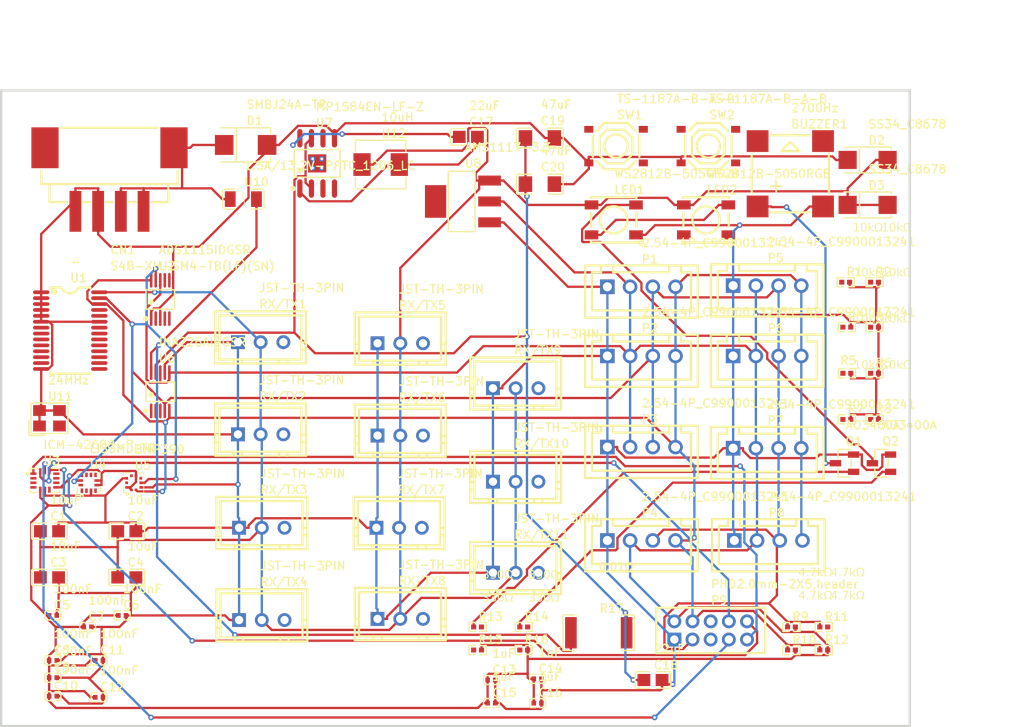
<source format=kicad_pcb>
(kicad_pcb (version 20241229) (generator "pcbnew") (generator_version "9.0")
  (layers (0 "F.Cu" signal "TopLayer") (2 "B.Cu" signal "BottomLayer") (13 "F.Paste" user "TopPasteMaskLayer") (15 "B.Paste" user "BottomPasteMaskLayer") (5 "F.SilkS" user "TopSilkLayer") (7 "B.SilkS" user "BottomSilkLayer") (1 "F.Mask" user "TopSolderMaskLayer") (3 "B.Mask" user "BottomSolderMaskLayer") (25 "Edge.Cuts" user "BoardOutLine"))
  (net 0 "")
  (net 1 "U7_9")
  (net 2 "U10_2")
  (net 3 "SPI_MOSI")
  (net 4 "IMU_CS")
  (net 5 "SPI_MISO")
  (net 6 "SPI_CLK")
  (net 7 "SDA")
  (net 8 "SCL")
  (net 9 "3V3")
  (net 10 "R17_2")
  (net 11 "U7_8")
  (net 12 "5V")
  (net 13 "GND")
  (net 14 "BUZZER")
  (net 15 "LED_CTRL")
  (net 16 "BUZZER_CTRL")
  (net 17 "LED1_4")
  (net 18 "LED_DATA")
  (net 19 "CN1_1")
  (net 20 "U7_1")
  (net 21 "BUZZER1_3")
  (net 22 "BUZZER1_4")
  (net 23 "CN1_5")
  (net 24 "LED2_1")
  (net 25 "LED2_4")
  (net 26 "TX")
  (net 27 "RX")
  (net 28 "AIN0")
  (net 29 "AIN1")
  (net 30 "AIN2")
  (net 31 "AIN3")
  (net 32 "AIN4")
  (net 33 "AIN5")
  (net 34 "AIN6")
  (net 35 "AIN7")
  (net 36 "R11_2")
  (net 37 "BUZZER_DRV")
  (net 38 "LED_DRV")
  (net 39 "SPARE3")
  (net 40 "SPARE4")
  (net 41 "PWM10")
  (net 42 "PWM9")
  (net 43 "PWM8")
  (net 44 "PWM7")
  (net 45 "PWM6")
  (net 46 "PWM5")
  (net 47 "PWM4")
  (net 48 "PWM3")
  (net 49 "PWM2")
  (net 50 "PWM1")
  (net 51 "PWM0")
  (net 52 "ARM_SW")
  (net 53 "SW1_2")
  (net 54 "SW1_4")
  (net 55 "SW2_1")
  (net 56 "E_STOP")
  (net 57 "SW2_4")
  (net 58 "U1_7")
  (net 59 "U1_8")
  (net 60 "U1_9")
  (net 61 "U1_10")
  (net 62 "U1_11")
  (net 63 "U1_12")
  (net 64 "U1_13")
  (net 65 "U1_15")
  (net 66 "U1_16")
  (net 67 "U1_17")
  (net 68 "U1_18")
  (net 69 "U1_19")
  (net 70 "U1_20")
  (net 71 "U1_21")
  (net 72 "U1_22")
  (net 73 "U1_24")
  (net 74 "U1_25")
  (net 75 "U2_2")
  (net 76 "U2_4")
  (net 77 "U2_5")
  (net 78 "U2_7")
  (net 79 "U2_6")
  (net 80 "U6_1")
  (net 81 "U6_2")
  (net 82 "U6_3")
  (net 83 "U3_2")
  (net 84 "U3_3")
  (net 85 "U3_4")
  (net 86 "U3_7")
  (net 87 "U3_9")
  (net 88 "U3_10")
  (net 89 "U3_11")
  (net 90 "U4_12")
  (net 91 "U4_10")
  (net 92 "U4_9")
  (net 93 "U4_8")
  (net 94 "U4_7")
  (net 95 "U4_4")
  (net 96 "U4_2")
  (net 97 "SCL/SPC")
  (net 98 "U5_5")
  (net 99 "U5_9")
  (net 100 "U5_7")
  (net 101 "U7_3")
  (net 102 "U7_4")
  (net 103 "U7_6")
  (net 104 "U8_4")
  (net 105 "EXTCLK")
  (footprint "LED-SMD_4P-L5.0-W5.0-BR_WS2812B-5050RGB" (layer "F.Cu") (at 174.582 83.254)
    (property "Reference" "LED2")
    (property "Value" "WS2812B-5050RGB")
  )
  (footprint "C0402" (layer "F.Cu") (at 102.7 133.673)
    (property "Reference" "C9")
    (property "Value" "100nF")
  )
  (footprint "SOT-23-3_L2.9-W1.3-P1.90-LS2.4-BR" (layer "F.Cu") (at 193.886 110.051)
    (property "Reference" "Q2")
    (property "Value" "AO3400A")
  )
  (footprint "LED-SMD_4P-L5.0-W5.0-BR_WS2812B-5050RGB" (layer "F.Cu") (at 164.422 83.254)
    (property "Reference" "LED1")
    (property "Value" "WS2812B-5050RGB")
  )
  (footprint "R2512" (layer "F.Cu") (at 162.771 128.72)
    (property "Reference" "R17")
    (property "Value" "0.01Ω")
  )
  (footprint "SOIC-8_L5.0-W4.0-P1.27-LS6.0-BL-EP2.0" (layer "F.Cu") (at 131.783 77.031)
    (property "Reference" "U7")
    (property "Value" "MP1584EN-LF-Z")
  )
  (footprint "R0402" (layer "F.Cu") (at 190.076 100.145)
    (property "Reference" "R5")
    (property "Value" "10kΩ")
  )
  (footprint "R0402" (layer "F.Cu") (at 193.124 100.145)
    (property "Reference" "R6")
    (property "Value" "10kΩ")
  )
  (footprint "CONN-TH_B4B-XH-A-BK-LF-SN" (layer "F.Cu") (at 181.44 118.56)
    (property "Reference" "P8")
    (property "Value" "2.54-4P_C9900013241")
  )
  (footprint "SMA_L4.3-W2.6-LS5.2-RD" (layer "F.Cu") (at 192.362 81.603)
    (property "Reference" "D3")
    (property "Value" "SS34_C8678")
  )
  (footprint "R0402" (layer "F.Cu") (at 187.536 128.085)
    (property "Reference" "R11")
    (property "Value" "4.7kΩ")
  )
  (footprint "CONN-TH_10P-P2.00_PHD2.0MM-2X5" (layer "F.Cu") (at 175.09 128.466)
    (property "Reference" "P9")
    (property "Value" "PHD2.0mm-2X5,header")
  )
  (footprint "C0805" (layer "F.Cu") (at 102.319 122.624)
    (property "Reference" "C3")
    (property "Value" "10uF")
  )
  (footprint "SMB_L4.6-W3.6-LS5.3-RD" (layer "F.Cu") (at 123.909 74.999)
    (property "Reference" "D1")
    (property "Value" "SMBJ24A-TR")
  )
  (footprint "MSOP-10_L3.0-W3.0-P0.50-LS5.0-BL" (layer "F.Cu") (at 114.511 102.177)
    (property "Reference" "U6")
    (property "Value" "INA226AIDGSR")
  )
  (footprint "CONN-TH_3P-P2.50_B3B-XH-A-BK-LF-SN" (layer "F.Cu") (at 140.927 96.843)
    (property "Reference" "RX/TX5")
    (property "Value" "JST-TH-3PIN")
  )
  (footprint "R0402" (layer "F.Cu") (at 154.516 130.625)
    (property "Reference" "R16")
    (property "Value" "330Ω")
  )
  (footprint "R0402" (layer "F.Cu") (at 190.076 105.225)
    (property "Reference" "R7")
    (property "Value" "10kΩ")
  )
  (footprint "C0805" (layer "F.Cu") (at 110.828 122.624)
    (property "Reference" "C4")
    (property "Value" "10uF")
  )
  (footprint "R0402" (layer "F.Cu") (at 183.98 130.625)
    (property "Reference" "R10")
    (property "Value" "4.7kΩ")
  )
  (footprint "CONN-TH_B4B-XH-A-BK-LF-SN" (layer "F.Cu") (at 167.47 118.56)
    (property "Reference" "P4")
    (property "Value" "2.54-4P_C9900013241")
  )
  (footprint "F1206" (layer "F.Cu") (at 123.655 80.968)
    (property "Reference" "U10")
    (property "Value" "1.5A/13.2V-PPTC_1206_LC")
  )
  (footprint "LGA-10_L2.0-W2.0-P0.50-BL" (layer "F.Cu") (at 111.59 112.21)
    (property "Reference" "U5")
    (property "Value" "BMP390")
  )
  (footprint "CONN-TH_B4B-XH-A-BK-LF-SN" (layer "F.Cu") (at 167.47 108.273)
    (property "Reference" "P3")
    (property "Value" "2.54-4P_C9900013241")
  )
  (footprint "CONN-TH_3P-P2.50_B3B-XH-A-BK-LF-SN" (layer "F.Cu") (at 153.627 122.116)
    (property "Reference" "RX/TX11")
    (property "Value" "JST-TH-3PIN")
  )
  (footprint "C0402" (layer "F.Cu") (at 107.78 135.832)
    (property "Reference" "C12")
    (property "Value" "100nF")
  )
  (footprint "IND-SMD_L5.4-W5.2" (layer "F.Cu") (at 138.768 77.158)
    (property "Reference" "U12")
    (property "Value" "10uH")
  )
  (footprint "CONN-TH_3P-P2.50_B3B-XH-A-BK-LF-SN" (layer "F.Cu") (at 140.8 117.163)
    (property "Reference" "RX/TX7")
    (property "Value" "JST-TH-3PIN")
  )
  (footprint "CONN-TH_3P-P2.50_B3B-XH-A-BK-LF-SN" (layer "F.Cu") (at 140.927 127.196)
    (property "Reference" "RX/TX8")
    (property "Value" "JST-TH-3PIN")
  )
  (footprint "C0402" (layer "F.Cu") (at 156.04 133.8)
    (property "Reference" "C14")
    (property "Value" "1uF")
  )
  (footprint "CONN-TH_3P-P2.50_B3B-XH-A-BK-LF-SN" (layer "F.Cu") (at 125.687 127.323)
    (property "Reference" "RX/TX4")
    (property "Value" "JST-TH-3PIN")
  )
  (footprint "C0402" (layer "F.Cu") (at 107.78 131.768)
    (property "Reference" "C11")
    (property "Value" "100nF")
  )
  (footprint "R0402" (layer "F.Cu") (at 154.516 128.085)
    (property "Reference" "R14")
    (property "Value" "330Ω")
  )
  (footprint "TSSOP-28_L9.7-W4.4-P0.65-LS6.4-TL" (layer "F.Cu") (at 104.605 95.446)
    (property "Reference" "U1")
    (property "Value" "-")
  )
  (footprint "C1206" (layer "F.Cu") (at 156.294 79.317)
    (property "Reference" "C20")
    (property "Value" "47uF")
  )
  (footprint "CONN-TH_B4B-XH-A-BK-LF-SN" (layer "F.Cu") (at 167.47 98.24)
    (property "Reference" "P2")
    (property "Value" "2.54-4P_C9900013241")
  )
  (footprint "C0805" (layer "F.Cu") (at 102.319 117.544)
    (property "Reference" "C1")
    (property "Value" "10uF")
  )
  (footprint "LGA-12_L2.0-W2.0-P0.50-BL" (layer "F.Cu") (at 106.637 112.21)
    (property "Reference" "U4")
    (property "Value" "LIS3MDLTR")
  )
  (footprint "R0402" (layer "F.Cu") (at 149.436 130.625)
    (property "Reference" "R15")
    (property "Value" "330Ω")
  )
  (footprint "R0402" (layer "F.Cu") (at 193.124 90.112)
    (property "Reference" "R2")
    (property "Value" "10kΩ")
  )
  (footprint "C0402" (layer "F.Cu") (at 150.96 136.467)
    (property "Reference" "C15")
    (property "Value" "1uF")
  )
  (footprint "R0402" (layer "F.Cu") (at 187.536 130.625)
    (property "Reference" "R12")
    (property "Value" "4.7kΩ")
  )
  (footprint "C1206" (layer "F.Cu") (at 156.294 74.237)
    (property "Reference" "C19")
    (property "Value" "47uF")
  )
  (footprint "R0402" (layer "F.Cu") (at 193.124 105.225)
    (property "Reference" "R8")
    (property "Value" "10kΩ")
  )
  (footprint "SW-SMD_4P-L5.1-W5.1-P3.70-LS6.5-TL_H1.5" (layer "F.Cu") (at 164.676 75.126)
    (property "Reference" "SW1")
    (property "Value" "TS-1187A-B-A-B")
  )
  (footprint "C0402" (layer "F.Cu") (at 102.7 131.768)
    (property "Reference" "C8")
    (property "Value" "100nF")
  )
  (footprint "LGA-14_L3.0-W2.5-P0.50-TL" (layer "F.Cu") (at 101.811 111.956)
    (property "Reference" "U3")
    (property "Value" "ICM-42688-P")
  )
  (footprint "R0402" (layer "F.Cu") (at 189.949 90.112)
    (property "Reference" "R1")
    (property "Value" "10kΩ")
  )
  (footprint "R0402" (layer "F.Cu") (at 149.436 128.085)
    (property "Reference" "R13")
    (property "Value" "330Ω")
  )
  (footprint "CONN-TH_3P-P2.50_B3B-XH-A-BK-LF-SN" (layer "F.Cu") (at 140.927 107.003)
    (property "Reference" "RX/TX6")
    (property "Value" "JST-TH-3PIN")
  )
  (footprint "C0805" (layer "F.Cu") (at 148.42 74.11)
    (property "Reference" "C17")
    (property "Value" "22uF")
  )
  (footprint "SMA_L4.3-W2.6-LS5.2-RD" (layer "F.Cu") (at 192.362 76.65)
    (property "Reference" "D2")
    (property "Value" "SS34_C8678")
  )
  (footprint "R0402" (layer "F.Cu") (at 183.98 128.085)
    (property "Reference" "R9")
    (property "Value" "4.7kΩ")
  )
  (footprint "C0402" (layer "F.Cu") (at 110.32 126.815)
    (property "Reference" "C6")
    (property "Value" "100nF")
  )
  (footprint "SOT-223-3_L6.5-W3.4-P2.30-LS7.0-BR" (layer "F.Cu") (at 147.785 81.222)
    (property "Reference" "U8")
    (property "Value" "AMS1117-3.3")
  )
  (footprint "C0805" (layer "F.Cu") (at 168.74 133.927)
    (property "Reference" "C18")
    (property "Value" "22uF")
  )
  (footprint "CONN-TH_3P-P2.50_B3B-XH-A-BK-LF-SN" (layer "F.Cu") (at 153.627 112.083)
    (property "Reference" "RX/TX10")
    (property "Value" "JST-TH-3PIN")
  )
  (footprint "BUZ-SMD_4P-L8.5-W8.5-P8.50-BR" (layer "F.Cu") (at 183.853 78.174)
    (property "Reference" "BUZZER1")
    (property "Value" "2700Hz")
  )
  (footprint "CONN-TH_3P-P2.50_B3B-XH-A-BK-LF-SN" (layer "F.Cu") (at 125.56 106.876)
    (property "Reference" "RX/TX2")
    (property "Value" "JST-TH-3PIN")
  )
  (footprint "C0402" (layer "F.Cu") (at 102.7 135.705)
    (property "Reference" "C10")
    (property "Value" "100nF")
  )
  (footprint "MSOP-10_L3.0-W3.0-P0.50-LS5.0-BL" (layer "F.Cu") (at 114.511 92.017)
    (property "Reference" "U2")
    (property "Value" "ADS1115IDGSR")
  )
  (footprint "C0402" (layer "F.Cu") (at 156.04 136.467)
    (property "Reference" "C16")
    (property "Value" "1uF")
  )
  (footprint "C0402" (layer "F.Cu") (at 102.7 126.815)
    (property "Reference" "C5")
    (property "Value" "100nF")
  )
  (footprint "CONN-TH_B4B-XH-A-BK-LF-SN" (layer "F.Cu") (at 181.313 108.4)
    (property "Reference" "P7")
    (property "Value" "2.54-4P_C9900013241")
  )
  (footprint "R0402" (layer "F.Cu") (at 190.076 95.065)
    (property "Reference" "R3")
    (property "Value" "10kΩ")
  )
  (footprint "C0402" (layer "F.Cu") (at 150.96 133.927)
    (property "Reference" "C13")
    (property "Value" "1uF")
  )
  (footprint "CONN-TH_3P-P2.50_B3B-XH-A-BK-LF-SN" (layer "F.Cu") (at 125.687 117.163)
    (property "Reference" "RX/TX3")
    (property "Value" "JST-TH-3PIN")
  )
  (footprint "CONN-SMD_S4B-XH-SM4-TB-LF-SN" (layer "F.Cu") (at 108.923 78.809 180)
    (property "Reference" "CN1")
    (property "Value" "S4B-XH-SM4-TB(LF)(SN)")
  )
  (footprint "CRYSTAL-SMD_4P-L3.2-W2.5-BL" (layer "F.Cu") (at 102.319 105.098)
    (property "Reference" "U11")
    (property "Value" "24MHz")
  )
  (footprint "CONN-TH_3P-P2.50_B3B-XH-A-BK-LF-SN" (layer "F.Cu") (at 153.627 101.796)
    (property "Reference" "RX/TX9")
    (property "Value" "JST-TH-3PIN")
  )
  (footprint "CONN-TH_B4B-XH-A-BK-LF-SN" (layer "F.Cu") (at 181.313 90.493)
    (property "Reference" "P5")
    (property "Value" "2.54-4P_C9900013241")
  )
  (footprint "C0805" (layer "F.Cu") (at 110.828 117.544)
    (property "Reference" "C2")
    (property "Value" "10uF")
  )
  (footprint "CONN-TH_3P-P2.50_B3B-XH-A-BK-LF-SN" (layer "F.Cu") (at 125.56 96.716)
    (property "Reference" "RX/TX1")
    (property "Value" "JST-TH-3PIN")
  )
  (footprint "SW-SMD_4P-L5.1-W5.1-P3.70-LS6.5-TL_H1.5" (layer "F.Cu") (at 174.836 75.126)
    (property "Reference" "SW2")
    (property "Value" "TS-1187A-B-A-B")
  )
  (footprint "SOT-23-3_L2.9-W1.3-P1.90-LS2.4-BR" (layer "F.Cu") (at 189.822 110.051)
    (property "Reference" "Q1")
    (property "Value" "AO3400A")
  )
  (footprint "R0402" (layer "F.Cu") (at 193.124 95.065)
    (property "Reference" "R4")
    (property "Value" "10kΩ")
  )
  (footprint "CONN-TH_B4B-XH-A-BK-LF-SN" (layer "F.Cu") (at 181.313 98.24)
    (property "Reference" "P6")
    (property "Value" "2.54-4P_C9900013241")
  )
  (footprint "C0402" (layer "F.Cu") (at 106.51 128.085)
    (property "Reference" "C7")
    (property "Value" "100nF")
  )
  (footprint "CONN-TH_B4B-XH-A-BK-LF-SN" (layer "F.Cu") (at 167.47 90.62)
    (property "Reference" "P1")
    (property "Value" "2.54-4P_C9900013241")
  )
  (gr_line (start 97 69.0003) (end 196.9998 69.0003) (stroke (width 0.254)) (layer "Edge.Cuts"))
  (gr_line (start 196.9998 139.0001) (end 97 139.0001) (stroke (width 0.254)) (layer "Edge.Cuts"))
  (gr_line (start 196.9998 69.0003) (end 196.9998 139.0001) (stroke (width 0.254)) (layer "Edge.Cuts"))
  (gr_line (start 97 139.0001) (end 97 69.0003) (stroke (width 0.254)) (layer "Edge.Cuts"))
  (segment (start 132.2832 77.5312) (end 131.2832 77.5312) (width 0.254) (layer "F.Cu") (net 1))
  (segment (start 131.783 76.5312) (end 131.783 77.031) (width 0.254) (layer "F.Cu") (net 1))
  (segment (start 131.2832 76.5312) (end 131.783 76.5312) (width 0.254) (layer "F.Cu") (net 1))
  (segment (start 131.783 76.5312) (end 132.2832 76.5312) (width 0.254) (layer "F.Cu") (net 1))
  (segment (start 131.2832 77.5312) (end 131.2832 76.5312) (width 0.254) (layer "B.Cu") (net 1))
  (segment (start 159.7047 128.72) (end 159.7047 130.7276) (width 0.254) (layer "F.Cu") (net 2))
  (segment (start 125.1 86.286) (end 125.1 80.968) (width 0.254) (layer "F.Cu") (net 2))
  (segment (start 113.511 97.875) (end 113.511 100.067) (width 0.254) (layer "F.Cu") (net 2))
  (segment (start 157.0781 128.9479) (end 122.7264 128.9479) (width 0.254) (layer "F.Cu") (net 2))
  (segment (start 159.7047 130.7276) (end 158.8579 130.7276) (width 0.254) (layer "F.Cu") (net 2))
  (segment (start 114.3431 97.0429) (end 113.511 97.875) (width 0.254) (layer "F.Cu") (net 2))
  (segment (start 114.3431 97.0429) (end 125.1 86.286) (width 0.254) (layer "F.Cu") (net 2))
  (segment (start 158.8579 130.7276) (end 157.0781 128.9479) (width 0.254) (layer "F.Cu") (net 2))
  (via (at 122.7264 128.9479) (size 0.6096) (drill 0.3048) (layers "F.Cu" "B.Cu") (net 2))
  (via (at 114.3431 97.0429) (size 0.6096) (drill 0.3048) (layers "F.Cu" "B.Cu") (net 2))
  (segment (start 114.3431 97.0429) (end 114.1597 97.2263) (width 0.254) (layer "B.Cu") (net 2))
  (segment (start 114.1597 97.2263) (end 114.1597 120.3812) (width 0.254) (layer "B.Cu") (net 2))
  (segment (start 114.1597 120.3812) (end 122.7264 128.9479) (width 0.254) (layer "B.Cu") (net 2))
  (segment (start 101.3109 111.5605) (end 101.7386 111.9883) (width 0.254) (layer "F.Cu") (net 3))
  (segment (start 102.8125 110.0152) (end 164.4205 110.0152) (width 0.254) (layer "F.Cu") (net 3))
  (segment (start 101.7386 111.9883) (end 102.2469 111.9883) (width 0.254) (layer "F.Cu") (net 3))
  (segment (start 101.3109 110.9436) (end 101.3109 111.5605) (width 0.254) (layer "F.Cu") (net 3))
  (via (at 102.8125 110.0152) (size 0.6096) (drill 0.3048) (layers "F.Cu" "B.Cu") (net 3))
  (via (at 164.4205 110.0152) (size 0.6096) (drill 0.3048) (layers "F.Cu" "B.Cu") (net 3))
  (via (at 102.2469 111.9883) (size 0.6096) (drill 0.3048) (layers "F.Cu" "B.Cu") (net 3))
  (segment (start 177.089 127.4665) (end 177.089 122.9207) (width 0.254) (layer "B.Cu") (net 3))
  (segment (start 177.089 122.9207) (end 172.706 118.5377) (width 0.254) (layer "B.Cu") (net 3))
  (segment (start 172.706 118.5377) (end 172.706 118.3007) (width 0.254) (layer "B.Cu") (net 3))
  (segment (start 102.2469 110.5809) (end 102.8125 110.0152) (width 0.254) (layer "B.Cu") (net 3))
  (segment (start 102.2469 111.9883) (end 102.2469 110.5809) (width 0.254) (layer "B.Cu") (net 3))
  (segment (start 172.706 118.3007) (end 164.4205 110.0152) (width 0.254) (layer "B.Cu") (net 3))
  (segment (start 103.9101 110.7851) (end 102.4694 110.7851) (width 0.254) (layer "F.Cu") (net 4))
  (segment (start 180.1944 129.8625) (end 178.8728 131.1841) (width 0.254) (layer "F.Cu") (net 4))
  (segment (start 179.0905 127.4665) (end 180.1944 128.5704) (width 0.254) (layer "F.Cu") (net 4))
  (segment (start 155.6595 129.6012) (end 118.0289 129.6012) (width 0.254) (layer "F.Cu") (net 4))
  (segment (start 102.4694 110.7851) (end 102.3109 110.9436) (width 0.254) (layer "F.Cu") (net 4))
  (segment (start 157.2425 131.1841) (end 155.6595 129.6012) (width 0.254) (layer "F.Cu") (net 4))
  (segment (start 178.8728 131.1841) (end 157.2425 131.1841) (width 0.254) (layer "F.Cu") (net 4))
  (segment (start 180.1944 128.5704) (end 180.1944 129.8625) (width 0.254) (layer "F.Cu") (net 4))
  (via (at 118.0289 129.6012) (size 0.6096) (drill 0.3048) (layers "F.Cu" "B.Cu") (net 4))
  (via (at 103.9101 110.7851) (size 0.6096) (drill 0.3048) (layers "F.Cu" "B.Cu") (net 4))
  (segment (start 103.9101 115.4823) (end 118.0289 129.6012) (width 0.254) (layer "B.Cu") (net 4))
  (segment (start 103.9101 110.7851) (end 103.9101 115.4823) (width 0.254) (layer "B.Cu") (net 4))
  (segment (start 101.6147 109.354) (end 100.5489 110.4198) (width 0.254) (layer "F.Cu") (net 5))
  (segment (start 100.5489 110.4198) (end 100.5489 111.206) (width 0.254) (layer "F.Cu") (net 5))
  (segment (start 165.6651 110.3739) (end 164.6453 109.354) (width 0.254) (layer "F.Cu") (net 5))
  (segment (start 164.6453 109.354) (end 101.6147 109.354) (width 0.254) (layer "F.Cu") (net 5))
  (segment (start 178.3351 110.3739) (end 165.6651 110.3739) (width 0.254) (layer "F.Cu") (net 5))
  (via (at 178.3351 110.3739) (size 0.6096) (drill 0.3048) (layers "F.Cu" "B.Cu") (net 5))
  (segment (start 180.1334 128.4226) (end 179.0905 129.4655) (width 0.254) (layer "B.Cu") (net 5))
  (segment (start 178.7961 118.7909) (end 180.1334 120.1282) (width 0.254) (layer "B.Cu") (net 5))
  (segment (start 180.1334 120.1282) (end 180.1334 128.4226) (width 0.254) (layer "B.Cu") (net 5))
  (segment (start 178.7961 110.8349) (end 178.7961 118.7909) (width 0.254) (layer "B.Cu") (net 5))
  (segment (start 178.3351 110.3739) (end 178.7961 110.8349) (width 0.254) (layer "B.Cu") (net 5))
  (segment (start 101.8108 110.1194) (end 101.8108 110.9436) (width 0.254) (layer "F.Cu") (net 6))
  (segment (start 168.912 138.0538) (end 113.4976 138.0538) (width 0.254) (layer "F.Cu") (net 6))
  (via (at 113.4976 138.0538) (size 0.6096) (drill 0.3048) (layers "F.Cu" "B.Cu") (net 6))
  (via (at 168.912 138.0538) (size 0.6096) (drill 0.3048) (layers "F.Cu" "B.Cu") (net 6))
  (via (at 101.8108 110.1194) (size 0.6096) (drill 0.3048) (layers "F.Cu" "B.Cu") (net 6))
  (segment (start 113.4976 138.0538) (end 101.6612 126.2174) (width 0.254) (layer "B.Cu") (net 6))
  (segment (start 177.089 129.4655) (end 177.089 129.8767) (width 0.254) (layer "B.Cu") (net 6))
  (segment (start 177.089 129.8767) (end 168.912 138.0538) (width 0.254) (layer "B.Cu") (net 6))
  (segment (start 101.6612 110.269) (end 101.8108 110.1194) (width 0.254) (layer "B.Cu") (net 6))
  (segment (start 101.6612 126.2174) (end 101.6612 110.269) (width 0.254) (layer "B.Cu") (net 6))
  (segment (start 182.69 118.56) (end 182.3753 118.56) (width 0.254) (layer "F.Cu") (net 7))
  (segment (start 181.2706 91.7854) (end 169.8853 91.7854) (width 0.254) (layer "F.Cu") (net 7))
  (segment (start 183.5485 127.5341) (end 183.5472 127.5354) (width 0.254) (layer "F.Cu") (net 7))
  (segment (start 182.563 90.493) (end 181.2706 91.7854) (width 0.254) (layer "F.Cu") (net 7))
  (segment (start 105.1257 111.9601) (end 105.762 111.9601) (width 0.254) (layer "F.Cu") (net 7))
  (segment (start 112.3701 112.21) (end 112.7996 112.21) (width 0.254) (layer "F.Cu") (net 7))
  (segment (start 173.0885 129.4655) (end 172.0456 130.5084) (width 0.254) (layer "F.Cu") (net 7))
  (segment (start 115.6563 102.8697) (end 115.0112 103.5148) (width 0.254) (layer "F.Cu") (net 7))
  (segment (start 105.0335 112.0523) (end 105.1257 111.9601) (width 0.254) (layer "F.Cu") (net 7))
  (segment (start 169.8853 91.7854) (end 168.72 90.62) (width 0.254) (layer "F.Cu") (net 7))
  (segment (start 115.0112 103.5148) (end 111.4216 99.9253) (width 0.254) (layer "F.Cu") (net 7))
  (segment (start 187.1019 127.5341) (end 183.5485 127.5341) (width 0.254) (layer "F.Cu") (net 7))
  (segment (start 168.72 118.56) (end 169.9084 117.3716) (width 0.254) (layer "F.Cu") (net 7))
  (segment (start 111.4216 99.9253) (end 111.4216 94.743) (width 0.254) (layer "F.Cu") (net 7))
  (segment (start 164.0903 102.8697) (end 115.6563 102.8697) (width 0.254) (layer "F.Cu") (net 7))
  (segment (start 182.3753 124.6215) (end 181.5043 125.4924) (width 0.254) (layer "F.Cu") (net 7))
  (segment (start 113.2131 111.7965) (end 116.2232 111.7965) (width 0.254) (layer "F.Cu") (net 7))
  (segment (start 112.7996 112.21) (end 113.2131 111.7965) (width 0.254) (layer "F.Cu") (net 7))
  (segment (start 187.1032 127.9113) (end 187.1032 127.5354) (width 0.254) (layer "F.Cu") (net 7))
  (segment (start 115.0112 104.287) (end 115.0112 103.5148) (width 0.254) (layer "F.Cu") (net 7))
  (segment (start 114.0112 88.6188) (end 114.0109 88.6188) (width 0.254) (layer "F.Cu") (net 7))
  (segment (start 183.5472 128.085) (end 183.5472 127.5354) (width 0.254) (layer "F.Cu") (net 7))
  (segment (start 187.1032 127.5354) (end 187.1019 127.5341) (width 0.254) (layer "F.Cu") (net 7))
  (segment (start 187.1032 127.9113) (end 187.1032 128.085) (width 0.254) (layer "F.Cu") (net 7))
  (segment (start 114.0112 89.907) (end 114.0112 88.6188) (width 0.254) (layer "F.Cu") (net 7))
  (segment (start 171.5386 125.4924) (end 181.5043 125.4924) (width 0.254) (layer "F.Cu") (net 7))
  (segment (start 172.0456 130.5084) (end 170.1914 130.5084) (width 0.254) (layer "F.Cu") (net 7))
  (segment (start 182.3753 118.56) (end 182.3753 124.6215) (width 0.254) (layer "F.Cu") (net 7))
  (segment (start 108.5496 91.871) (end 107.8049 91.871) (width 0.254) (layer "F.Cu") (net 7))
  (segment (start 169.9996 127.0314) (end 171.5386 125.4924) (width 0.254) (layer "F.Cu") (net 7))
  (segment (start 169.9996 130.3167) (end 169.9996 127.0314) (width 0.254) (layer "F.Cu") (net 7))
  (segment (start 168.72 98.24) (end 164.0903 102.8697) (width 0.254) (layer "F.Cu") (net 7))
  (segment (start 170.1914 130.5084) (end 169.9996 130.3167) (width 0.254) (layer "F.Cu") (net 7))
  (segment (start 111.4216 94.743) (end 108.5496 91.871) (width 0.254) (layer "F.Cu") (net 7))
  (segment (start 181.5043 125.4924) (end 183.5472 127.5354) (width 0.254) (layer "F.Cu") (net 7))
  (segment (start 169.9084 117.3716) (end 181.1868 117.3716) (width 0.254) (layer "F.Cu") (net 7))
  (segment (start 181.1868 117.3716) (end 182.3753 118.56) (width 0.254) (layer "F.Cu") (net 7))
  (via (at 105.0335 112.0523) (size 0.6096) (drill 0.3048) (layers "F.Cu" "B.Cu") (net 7))
  (via (at 114.0109 88.6188) (size 0.6096) (drill 0.3048) (layers "F.Cu" "B.Cu") (net 7))
  (via (at 116.2232 111.7965) (size 0.6096) (drill 0.3048) (layers "F.Cu" "B.Cu") (net 7))
  (via (at 111.4216 94.743) (size 0.6096) (drill 0.3048) (layers "F.Cu" "B.Cu") (net 7))
  (segment (start 113.018 89.6116) (end 114.0109 88.6188) (width 0.254) (layer "B.Cu") (net 7))
  (segment (start 182.563 108.4) (end 182.563 98.24) (width 0.254) (layer "B.Cu") (net 7))
  (segment (start 116.2232 97.9482) (end 116.2232 111.7965) (width 0.254) (layer "B.Cu") (net 7))
  (segment (start 111.4216 105.6642) (end 105.0335 112.0523) (width 0.254) (layer "B.Cu") (net 7))
  (segment (start 111.4216 94.743) (end 113.018 94.743) (width 0.254) (layer "B.Cu") (net 7))
  (segment (start 113.018 94.743) (end 113.018 89.6116) (width 0.254) (layer "B.Cu") (net 7))
  (segment (start 111.4216 94.743) (end 111.4216 105.6642) (width 0.254) (layer "B.Cu") (net 7))
  (segment (start 168.72 98.24) (end 168.72 90.62) (width 0.254) (layer "B.Cu") (net 7))
  (segment (start 168.72 108.273) (end 168.72 98.24) (width 0.254) (layer "B.Cu") (net 7))
  (segment (start 182.563 118.433) (end 182.563 108.4) (width 0.254) (layer "B.Cu") (net 7))
  (segment (start 182.69 118.56) (end 182.563 118.433) (width 0.254) (layer "B.Cu") (net 7))
  (segment (start 113.018 94.743) (end 116.2232 97.9482) (width 0.254) (layer "B.Cu") (net 7))
  (segment (start 182.563 98.24) (end 182.563 90.493) (width 0.254) (layer "B.Cu") (net 7))
  (segment (start 179.7926 126.3207) (end 174.2343 126.3207) (width 0.254) (layer "F.Cu") (net 8))
  (segment (start 115.511 104.287) (end 115.511 105.0521) (width 0.254) (layer "F.Cu") (net 8))
  (segment (start 183.5485 130.0741) (end 183.5472 130.0754) (width 0.254) (layer "F.Cu") (net 8))
  (segment (start 115.0792 105.5634) (end 115.0792 105.4435) (width 0.254) (layer "F.Cu") (net 8))
  (segment (start 113.3665 105.4435) (end 110.4519 102.5288) (width 0.254) (layer "F.Cu") (net 8))
  (segment (start 187.1032 130.625) (end 187.1032 130.0754) (width 0.254) (layer "F.Cu") (net 8))
  (segment (start 115.511 105.0521) (end 167.9991 105.0521) (width 0.254) (layer "F.Cu") (net 8))
  (segment (start 172.9869 118.56) (end 173.2937 118.2532) (width 0.254) (layer "F.Cu") (net 8))
  (segment (start 107.6985 89.907) (end 113.511 89.907) (width 0.254) (layer "F.Cu") (net 8))
  (segment (start 187.1019 130.0741) (end 183.5485 130.0741) (width 0.254) (layer "F.Cu") (net 8))
  (segment (start 115.511 105.0521) (end 115.1196 105.4435) (width 0.254) (layer "F.Cu") (net 8))
  (segment (start 106.4925 91.113) (end 107.6985 89.907) (width 0.254) (layer "F.Cu") (net 8))
  (segment (start 107.8049 92.521) (end 107.0229 92.521) (width 0.254) (layer "F.Cu") (net 8))
  (segment (start 112.0119 113.162) (end 114.7452 113.162) (width 0.254) (layer "F.Cu") (net 8))
  (segment (start 110.4519 94.3548) (end 108.618 92.521) (width 0.254) (layer "F.Cu") (net 8))
  (segment (start 183.9013 89.3312) (end 172.5089 89.3312) (width 0.254) (layer "F.Cu") (net 8))
  (segment (start 172.5089 89.3312) (end 171.2201 90.62) (width 0.254) (layer "F.Cu") (net 8))
  (segment (start 107.0229 92.521) (end 106.4925 91.9906) (width 0.254) (layer "F.Cu") (net 8))
  (segment (start 183.5472 130.625) (end 183.5472 130.0754) (width 0.254) (layer "F.Cu") (net 8))
  (segment (start 187.1032 130.0754) (end 187.1019 130.0741) (width 0.254) (layer "F.Cu") (net 8))
  (segment (start 111.84 112.9901) (end 112.0119 113.162) (width 0.254) (layer "F.Cu") (net 8))
  (segment (start 108.618 92.521) (end 107.8049 92.521) (width 0.254) (layer "F.Cu") (net 8))
  (segment (start 115.0792 105.4435) (end 113.3665 105.4435) (width 0.254) (layer "F.Cu") (net 8))
  (segment (start 171.2201 118.56) (end 172.9869 118.56) (width 0.254) (layer "F.Cu") (net 8))
  (segment (start 185.0631 90.493) (end 183.9013 89.3312) (width 0.254) (layer "F.Cu") (net 8))
  (segment (start 167.9991 105.0521) (end 171.2201 108.273) (width 0.254) (layer "F.Cu") (net 8))
  (segment (start 106.4925 91.9906) (end 106.4925 91.113) (width 0.254) (layer "F.Cu") (net 8))
  (segment (start 110.4519 102.5288) (end 110.4519 94.3548) (width 0.254) (layer "F.Cu") (net 8))
  (segment (start 183.5472 130.0754) (end 179.7926 126.3207) (width 0.254) (layer "F.Cu") (net 8))
  (segment (start 115.1196 105.4435) (end 115.0792 105.4435) (width 0.254) (layer "F.Cu") (net 8))
  (segment (start 174.2343 126.3207) (end 173.0885 127.4665) (width 0.254) (layer "F.Cu") (net 8))
  (via (at 173.2937 118.2532) (size 0.6096) (drill 0.3048) (layers "F.Cu" "B.Cu") (net 8))
  (via (at 114.7452 113.162) (size 0.6096) (drill 0.3048) (layers "F.Cu" "B.Cu") (net 8))
  (via (at 115.0792 105.5634) (size 0.6096) (drill 0.3048) (layers "F.Cu" "B.Cu") (net 8))
  (segment (start 171.2201 108.273) (end 171.2201 98.24) (width 0.254) (layer "B.Cu") (net 8))
  (segment (start 171.2201 98.24) (end 171.2201 90.62) (width 0.254) (layer "B.Cu") (net 8))
  (segment (start 171.2201 108.273) (end 173.2937 110.3467) (width 0.254) (layer "B.Cu") (net 8))
  (segment (start 185.0631 108.4) (end 185.0631 98.24) (width 0.254) (layer "B.Cu") (net 8))
  (segment (start 115.0792 105.5634) (end 115.0792 112.828) (width 0.254) (layer "B.Cu") (net 8))
  (segment (start 173.2937 110.3467) (end 173.2937 118.2532) (width 0.254) (layer "B.Cu") (net 8))
  (segment (start 185.0631 118.433) (end 185.0631 108.4) (width 0.254) (layer "B.Cu") (net 8))
  (segment (start 185.1901 118.56) (end 185.0631 118.433) (width 0.254) (layer "B.Cu") (net 8))
  (segment (start 185.0631 98.24) (end 185.0631 90.493) (width 0.254) (layer "B.Cu") (net 8))
  (segment (start 115.0792 112.828) (end 114.7452 113.162) (width 0.254) (layer "B.Cu") (net 8))
  (segment (start 173.0885 120.4284) (end 171.2201 118.56) (width 0.254) (layer "B.Cu") (net 8))
  (segment (start 173.0885 127.4665) (end 173.0885 120.4284) (width 0.254) (layer "B.Cu") (net 8))
  (segment (start 111.0249 112.7102) (end 111.0602 112.7102) (width 0.254) (layer "F.Cu") (net 9))
  (segment (start 180.2483 125.9004) (end 172.6557 125.9004) (width 0.254) (layer "F.Cu") (net 9))
  (segment (start 193.3033 90.663) (end 190.3831 90.663) (width 0.254) (layer "F.Cu") (net 9))
  (segment (start 115.511 100.067) (end 115.511 100.8707) (width 0.254) (layer "F.Cu") (net 9))
  (segment (start 152.2846 81.222) (end 160.0987 89.0361) (width 0.254) (layer "F.Cu") (net 9))
  (segment (start 149.4713 137.006) (end 103.0312 137.006) (width 0.254) (layer "F.Cu") (net 9))
  (segment (start 193.3033 90.663) (end 193.3033 94.5141) (width 0.254) (layer "F.Cu") (net 9))
  (segment (start 190.5101 94.5141) (end 190.5088 94.5154) (width 0.254) (layer "F.Cu") (net 9))
  (segment (start 103.0729 112.7061) (end 103.6899 112.7061) (width 0.254) (layer "F.Cu") (net 9))
  (segment (start 102.2799 133.673) (end 102.2799 133.9479) (width 0.254) (layer "F.Cu") (net 9))
  (segment (start 104.6556 111.6022) (end 103.6899 112.5679) (width 0.254) (layer "F.Cu") (net 9))
  (segment (start 187.9688 130.0754) (end 186.5294 128.636) (width 0.254) (layer "F.Cu") (net 9))
  (segment (start 108.3365 110.9078) (end 111.7473 110.9078) (width 0.254) (layer "F.Cu") (net 9))
  (segment (start 155.6199 136.467) (end 155.6199 133.8) (width 0.254) (layer "F.Cu") (net 9))
  (segment (start 101.3109 112.9685) (end 101.3109 113.48) (width 0.254) (layer "F.Cu") (net 9))
  (segment (start 147.1653 100.067) (end 150.0731 97.1593) (width 0.254) (layer "F.Cu") (net 9))
  (segment (start 149.8688 130.625) (end 149.8688 130.0754) (width 0.254) (layer "F.Cu") (net 9))
  (segment (start 103.0312 137.006) (end 102.2799 136.2547) (width 0.254) (layer "F.Cu") (net 9))
  (segment (start 193.3033 94.5141) (end 190.5101 94.5141) (width 0.254) (layer "F.Cu") (net 9))
  (segment (start 103.0003 128.085) (end 102.2799 127.3647) (width 0.254) (layer "F.Cu") (net 9))
  (segment (start 193.3033 100.696) (end 190.5101 100.696) (width 0.254) (layer "F.Cu") (net 9))
  (segment (start 102.2799 127.0899) (end 100.3119 125.1219) (width 0.254) (layer "F.Cu") (net 9))
  (segment (start 107.6434 110.8044) (end 105.4534 110.8044) (width 0.254) (layer "F.Cu") (net 9))
  (segment (start 193.5568 94.5154) (end 193.5556 94.5141) (width 0.254) (layer "F.Cu") (net 9))
  (segment (start 154.9488 131.6027) (end 183.9849 131.6027) (width 0.254) (layer "F.Cu") (net 9))
  (segment (start 108.0416 111.2027) (end 108.3365 110.9078) (width 0.254) (layer "F.Cu") (net 9))
  (segment (start 105.4534 110.8044) (end 104.6556 111.6022) (width 0.254) (layer "F.Cu") (net 9))
  (segment (start 184.4128 131.1747) (end 184.4141 131.176) (width 0.254) (layer "F.Cu") (net 9))
  (segment (start 190.5088 100.145) (end 190.5088 100.6947) (width 0.254) (layer "F.Cu") (net 9))
  (segment (start 104.6556 111.6022) (end 104.5182 111.4648) (width 0.254) (layer "F.Cu") (net 9))
  (segment (start 190.5088 95.065) (end 190.5088 94.5154) (width 0.254) (layer "F.Cu") (net 9))
  (segment (start 102.2799 127.0899) (end 102.2799 127.3647) (width 0.254) (layer "F.Cu") (net 9))
  (segment (start 101.3109 113.48) (end 101.3109 113.841) (width 0.254) (layer "F.Cu") (net 9))
  (segment (start 182.9838 128.636) (end 180.2483 125.9004) (width 0.254) (layer "F.Cu") (net 9))
  (segment (start 115.511 100.8707) (end 115.2237 101.158) (width 0.254) (layer "F.Cu") (net 9))
  (segment (start 102.2799 126.815) (end 102.2799 127.0899) (width 0.254) (layer "F.Cu") (net 9))
  (segment (start 106.0899 128.085) (end 106.0899 127.5354) (width 0.254) (layer "F.Cu") (net 9))
  (segment (start 178.9386 97.1156) (end 167.3445 97.1156) (width 0.254) (layer "F.Cu") (net 9))
  (segment (start 106.8303 135.832) (end 106.1524 135.1541) (width 0.254) (layer "F.Cu") (net 9))
  (segment (start 167.3445 97.1156) (end 166.2201 98.24) (width 0.254) (layer "F.Cu") (net 9))
  (segment (start 108.0416 111.2027) (end 107.6434 110.8044) (width 0.254) (layer "F.Cu") (net 9))
  (segment (start 106.0899 128.085) (end 103.0003 128.085) (width 0.254) (layer "F.Cu") (net 9))
  (segment (start 190.5088 105.225) (end 190.5088 104.6754) (width 0.254) (layer "F.Cu") (net 9))
  (segment (start 193.5556 94.5141) (end 193.3033 94.5141) (width 0.254) (layer "F.Cu") (net 9))
  (segment (start 190.3818 90.112) (end 190.3818 90.6617) (width 0.254) (layer "F.Cu") (net 9))
  (segment (start 154.9488 130.0754) (end 154.9476 130.0741) (width 0.254) (layer "F.Cu") (net 9))
  (segment (start 150.7548 81.222) (end 152.2846 81.222) (width 0.254) (layer "F.Cu") (net 9))
  (segment (start 165.1393 97.1593) (end 166.2201 98.24) (width 0.254) (layer "F.Cu") (net 9))
  (segment (start 193.5568 90.112) (end 193.5568 90.6617) (width 0.254) (layer "F.Cu") (net 9))
  (segment (start 193.5556 90.663) (end 193.3033 90.663) (width 0.254) (layer "F.Cu") (net 9))
  (segment (start 102.2799 132.0429) (end 102.2799 131.768) (width 0.254) (layer "F.Cu") (net 9))
  (segment (start 103.6899 112.5679) (end 103.6899 112.7061) (width 0.254) (layer "F.Cu") (net 9))
  (segment (start 186.5294 128.636) (end 184.4128 128.636) (width 0.254) (layer "F.Cu") (net 9))
  (segment (start 115.2237 101.158) (end 114.511 101.158) (width 0.254) (layer "F.Cu") (net 9))
  (segment (start 102.2799 131.768) (end 102.2799 131.2184) (width 0.254) (layer "F.Cu") (net 9))
  (segment (start 102.2812 132.319) (end 102.2799 132.3177) (width 0.254) (layer "F.Cu") (net 9))
  (segment (start 184.4128 128.6347) (end 184.4128 128.636) (width 0.254) (layer "F.Cu") (net 9))
  (segment (start 184.4128 130.625) (end 184.4128 131.1747) (width 0.254) (layer "F.Cu") (net 9))
  (segment (start 106.8103 126.815) (end 106.0899 127.5354) (width 0.254) (layer "F.Cu") (net 9))
  (segment (start 108.0416 112.46) (end 108.0416 111.9601) (width 0.254) (layer "F.Cu") (net 9))
  (segment (start 193.5568 104.6754) (end 193.5556 104.6741) (width 0.254) (layer "F.Cu") (net 9))
  (segment (start 183.9849 131.6027) (end 184.4128 131.1747) (width 0.254) (layer "F.Cu") (net 9))
  (segment (start 111.0602 112.7102) (end 111.3401 112.9901) (width 0.254) (layer "F.Cu") (net 9))
  (segment (start 193.5568 100.4199) (end 193.5568 100.145) (width 0.254) (layer "F.Cu") (net 9))
  (segment (start 184.4128 128.085) (end 184.4128 128.6347) (width 0.254) (layer "F.Cu") (net 9))
  (segment (start 112.9974 100.8186) (end 112.9974 92.9606) (width 0.254) (layer "F.Cu") (net 9))
  (segment (start 106.2794 132.319) (end 102.2812 132.319) (width 0.254) (layer "F.Cu") (net 9))
  (segment (start 102.2799 132.0429) (end 102.2799 132.3177) (width 0.254) (layer "F.Cu") (net 9))
  (segment (start 114.511 101.158) (end 113.3368 101.158) (width 0.254) (layer "F.Cu") (net 9))
  (segment (start 190.3831 90.663) (end 190.3818 90.6617) (width 0.254) (layer "F.Cu") (net 9))
  (segment (start 102.2799 133.9479) (end 102.2799 134.2227) (width 0.254) (layer "F.Cu") (net 9))
  (segment (start 193.5556 100.696) (end 193.3033 100.696) (width 0.254) (layer "F.Cu") (net 9))
  (segment (start 106.1524 135.1541) (end 102.2812 135.1541) (width 0.254) (layer "F.Cu") (net 9))
  (segment (start 154.9488 131.6027) (end 154.9488 133.2445) (width 0.254) (layer "F.Cu") (net 9))
  (segment (start 193.5556 104.6741) (end 193.3033 104.6741) (width 0.254) (layer "F.Cu") (net 9))
  (segment (start 102.2799 131.2184) (end 103.0003 130.498) (width 0.254) (layer "F.Cu") (net 9))
  (segment (start 193.5568 95.065) (end 193.5568 94.5154) (width 0.254) (layer "F.Cu") (net 9))
  (segment (start 112.9974 92.9606) (end 114.511 91.447) (width 0.254) (layer "F.Cu") (net 9))
  (segment (start 154.9488 133.2445) (end 150.6728 133.2445) (width 0.254) (layer "F.Cu") (net 9))
  (segment (start 113.3368 101.158) (end 112.9974 100.8186) (width 0.254) (layer "F.Cu") (net 9))
  (segment (start 166.2201 118.56) (end 167.3009 119.6408) (width 0.254) (layer "F.Cu") (net 9))
  (segment (start 167.3009 119.6408) (end 179.1093 119.6408) (width 0.254) (layer "F.Cu") (net 9))
  (segment (start 184.4128 128.636) (end 182.9838 128.636) (width 0.254) (layer "F.Cu") (net 9))
  (segment (start 154.9488 130.625) (end 154.9488 131.6027) (width 0.254) (layer "F.Cu") (net 9))
  (segment (start 114.511 101.158) (end 114.511 100.067) (width 0.254) (layer "F.Cu") (net 9))
  (segment (start 102.2812 135.1541) (end 102.2812 134.224) (width 0.254) (layer "F.Cu") (net 9))
  (segment (start 110.81 112.7102) (end 111.0249 112.7102) (width 0.254) (layer "F.Cu") (net 9))
  (segment (start 189.7082 93.7148) (end 180.0631 93.7148) (width 0.254) (layer "F.Cu") (net 9))
  (segment (start 106.8303 131.768) (end 106.2794 132.319) (width 0.254) (layer "F.Cu") (net 9))
  (segment (start 108.0416 111.9601) (end 108.0416 111.2027) (width 0.254) (layer "F.Cu") (net 9))
  (segment (start 107.3599 135.832) (end 106.8303 135.832) (width 0.254) (layer "F.Cu") (net 9))
  (segment (start 154.9488 130.3502) (end 154.9488 130.625) (width 0.254) (layer "F.Cu") (net 9))
  (segment (start 149.8701 130.0741) (end 149.8688 130.0754) (width 0.254) (layer "F.Cu") (net 9))
  (segment (start 115.511 100.067) (end 147.1653 100.067) (width 0.254) (layer "F.Cu") (net 9))
  (segment (start 155.6199 133.8) (end 155.0903 133.8) (width 0.254) (layer "F.Cu") (net 9))
  (segment (start 179.1093 119.6408) (end 180.1901 118.56) (width 0.254) (layer "F.Cu") (net 9))
  (segment (start 172.6557 125.9004) (end 171.0895 127.4665) (width 0.254) (layer "F.Cu") (net 9))
  (segment (start 103.0003 130.498) (end 103.0003 128.085) (width 0.254) (layer "F.Cu") (net 9))
  (segment (start 102.1801 114.7101) (end 104.5311 114.7101) (width 0.254) (layer "F.Cu") (net 9))
  (segment (start 107.5121 111.9601) (end 108.0416 111.9601) (width 0.254) (layer "F.Cu") (net 9))
  (segment (start 160.0987 89.0361) (end 164.6361 89.0361) (width 0.254) (layer "F.Cu") (net 9))
  (segment (start 187.9688 130.625) (end 187.9688 130.0754) (width 0.254) (layer "F.Cu") (net 9))
  (segment (start 180.0631 98.24) (end 178.9386 97.1156) (width 0.254) (layer "F.Cu") (net 9))
  (segment (start 114.511 91.447) (end 114.511 89.907) (width 0.254) (layer "F.Cu") (net 9))
  (segment (start 102.2812 133.9466) (end 102.2812 132.319) (width 0.254) (layer "F.Cu") (net 9))
  (segment (start 111.7473 110.9078) (end 111.84 111.0005) (width 0.254) (layer "F.Cu") (net 9))
  (segment (start 193.5568 105.225) (end 193.5568 104.6754) (width 0.254) (layer "F.Cu") (net 9))
  (segment (start 102.2812 134.224) (end 102.2799 134.2227) (width 0.254) (layer "F.Cu") (net 9))
  (segment (start 109.8999 126.815) (end 106.8103 126.815) (width 0.254) (layer "F.Cu") (net 9))
  (segment (start 193.5568 100.145) (end 193.5568 95.065) (width 0.254) (layer "F.Cu") (net 9))
  (segment (start 107.5121 112.46) (end 108.0416 112.46) (width 0.254) (layer "F.Cu") (net 9))
  (segment (start 154.9488 133.6585) (end 155.0903 133.8) (width 0.254) (layer "F.Cu") (net 9))
  (segment (start 187.9676 131.176) (end 187.9688 131.1747) (width 0.254) (layer "F.Cu") (net 9))
  (segment (start 150.0103 136.467) (end 149.4713 137.006) (width 0.254) (layer "F.Cu") (net 9))
  (segment (start 102.2799 133.9479) (end 102.2812 133.9466) (width 0.254) (layer "F.Cu") (net 9))
  (segment (start 193.3033 104.6741) (end 190.5101 104.6741) (width 0.254) (layer "F.Cu") (net 9))
  (segment (start 190.5101 104.6741) (end 190.5088 104.6754) (width 0.254) (layer "F.Cu") (net 9))
  (segment (start 100.3119 116.5783) (end 102.1801 114.7101) (width 0.254) (layer "F.Cu") (net 9))
  (segment (start 111.0602 112.7102) (end 111.2398 112.7102) (width 0.254) (layer "F.Cu") (net 9))
  (segment (start 193.5568 90.6617) (end 193.5556 90.663) (width 0.254) (layer "F.Cu") (net 9))
  (segment (start 187.9688 130.625) (end 187.9688 131.1747) (width 0.254) (layer "F.Cu") (net 9))
  (segment (start 100.3119 125.1219) (end 100.3119 116.5783) (width 0.254) (layer "F.Cu") (net 9))
  (segment (start 184.4141 131.176) (end 187.9676 131.176) (width 0.254) (layer "F.Cu") (net 9))
  (segment (start 154.9488 133.2445) (end 154.9488 133.6585) (width 0.254) (layer "F.Cu") (net 9))
  (segment (start 102.2799 135.705) (end 102.2799 136.2547) (width 0.254) (layer "F.Cu") (net 9))
  (segment (start 150.5399 136.467) (end 150.5399 133.927) (width 0.254) (layer "F.Cu") (net 9))
  (segment (start 164.6361 89.0361) (end 166.2201 90.62) (width 0.254) (layer "F.Cu") (net 9))
  (segment (start 154.9488 130.3502) (end 154.9488 130.0754) (width 0.254) (layer "F.Cu") (net 9))
  (segment (start 150.5399 133.927) (end 150.5399 133.3774) (width 0.254) (layer "F.Cu") (net 9))
  (segment (start 193.5568 100.6947) (end 193.5556 100.696) (width 0.254) (layer "F.Cu") (net 9))
  (segment (start 111.84 112.1099) (end 111.84 111.43) (width 0.254) (layer "F.Cu") (net 9))
  (segment (start 190.5101 100.696) (end 190.5088 100.6947) (width 0.254) (layer "F.Cu") (net 9))
  (segment (start 102.2812 135.1541) (end 102.2799 135.1554) (width 0.254) (layer "F.Cu") (net 9))
  (segment (start 193.3033 100.696) (end 193.3033 104.6741) (width 0.254) (layer "F.Cu") (net 9))
  (segment (start 150.6728 133.2445) (end 150.5399 133.3774) (width 0.254) (layer "F.Cu") (net 9))
  (segment (start 111.2398 112.7102) (end 111.84 112.1099) (width 0.254) (layer "F.Cu") (net 9))
  (segment (start 150.0731 97.1593) (end 165.1393 97.1593) (width 0.254) (layer "F.Cu") (net 9))
  (segment (start 154.9476 130.0741) (end 149.8701 130.0741) (width 0.254) (layer "F.Cu") (net 9))
  (segment (start 150.5399 136.467) (end 150.0103 136.467) (width 0.254) (layer "F.Cu") (net 9))
  (segment (start 101.3109 113.841) (end 102.1801 114.7101) (width 0.254) (layer "F.Cu") (net 9))
  (segment (start 190.5088 94.5154) (end 189.7082 93.7148) (width 0.254) (layer "F.Cu") (net 9))
  (segment (start 193.5568 100.4199) (end 193.5568 100.6947) (width 0.254) (layer "F.Cu") (net 9))
  (segment (start 107.3599 131.768) (end 106.8303 131.768) (width 0.254) (layer "F.Cu") (net 9))
  (segment (start 111.84 111.43) (end 111.84 111.0005) (width 0.254) (layer "F.Cu") (net 9))
  (segment (start 102.2799 135.705) (end 102.2799 135.1554) (width 0.254) (layer "F.Cu") (net 9))
  (via (at 104.5311 114.7101) (size 0.6096) (drill 0.3048) (layers "F.Cu" "B.Cu") (net 9))
  (via (at 104.5182 111.4648) (size 0.6096) (drill 0.3048) (layers "F.Cu" "B.Cu") (net 9))
  (via (at 180.0631 93.7148) (size 0.6096) (drill 0.3048) (layers "F.Cu" "B.Cu") (net 9))
  (segment (start 180.1901 108.527) (end 180.0631 108.4) (width 0.254) (layer "B.Cu") (net 9))
  (segment (start 180.0631 108.4) (end 180.0631 98.24) (width 0.254) (layer "B.Cu") (net 9))
  (segment (start 166.2201 108.273) (end 166.2201 98.24) (width 0.254) (layer "B.Cu") (net 9))
  (segment (start 180.0631 98.24) (end 180.0631 93.7148) (width 0.254) (layer "B.Cu") (net 9))
  (segment (start 180.0631 93.7148) (end 180.0631 90.493) (width 0.254) (layer "B.Cu") (net 9))
  (segment (start 180.1901 118.56) (end 180.1901 108.527) (width 0.254) (layer "B.Cu") (net 9))
  (segment (start 104.4481 111.5349) (end 104.4481 114.6271) (width 0.254) (layer "B.Cu") (net 9))
  (segment (start 166.2201 122.5971) (end 166.2201 118.56) (width 0.254) (layer "B.Cu") (net 9))
  (segment (start 104.5182 111.4648) (end 104.4481 111.5349) (width 0.254) (layer "B.Cu") (net 9))
  (segment (start 104.4481 114.6271) (end 104.5311 114.7101) (width 0.254) (layer "B.Cu") (net 9))
  (segment (start 166.2201 98.24) (end 166.2201 90.62) (width 0.254) (layer "B.Cu") (net 9))
  (segment (start 171.0895 127.4665) (end 166.2201 122.5971) (width 0.254) (layer "B.Cu") (net 9))
  (segment (start 154.7014 80.4913) (end 154.8706 80.6604) (width 0.254) (layer "F.Cu") (net 10))
  (segment (start 114.0112 100.067) (end 114.0112 99.2144) (width 0.254) (layer "F.Cu") (net 10))
  (segment (start 114.0112 99.2144) (end 117.5524 95.6731) (width 0.254) (layer "F.Cu") (net 10))
  (segment (start 130.5021 79.1542) (end 130.5021 78.4483) (width 0.254) (layer "F.Cu") (net 10))
  (segment (start 146.8272 97.9373) (end 148.6565 96.1079) (width 0.254) (layer "F.Cu") (net 10))
  (segment (start 129.689 78.4483) (end 130.5021 78.4483) (width 0.254) (layer "F.Cu") (net 10))
  (segment (start 117.5524 95.6731) (end 129.2799 95.6731) (width 0.254) (layer "F.Cu") (net 10))
  (segment (start 129.2799 95.6731) (end 129.2799 78.8575) (width 0.254) (layer "F.Cu") (net 10))
  (segment (start 165.7019 126.5079) (end 165.8373 126.6433) (width 0.254) (layer "F.Cu") (net 10))
  (segment (start 154.7014 74.237) (end 154.7014 79.317) (width 0.254) (layer "F.Cu") (net 10))
  (segment (start 130.5021 74.9078) (end 131.148 74.2619) (width 0.254) (layer "F.Cu") (net 10))
  (segment (start 131.544 97.9373) (end 146.8272 97.9373) (width 0.254) (layer "F.Cu") (net 10))
  (segment (start 129.2799 95.6731) (end 131.544 97.9373) (width 0.254) (layer "F.Cu") (net 10))
  (segment (start 167.74 133.927) (end 166.562 133.927) (width 0.254) (layer "F.Cu") (net 10))
  (segment (start 165.8373 126.6433) (end 165.8373 128.72) (width 0.254) (layer "F.Cu") (net 10))
  (segment (start 131.148 79.8001) (end 130.5021 79.1542) (width 0.254) (layer "F.Cu") (net 10))
  (segment (start 148.6565 96.1079) (end 154.8706 96.1079) (width 0.254) (layer "F.Cu") (net 10))
  (segment (start 154.7014 79.317) (end 154.7014 80.4913) (width 0.254) (layer "F.Cu") (net 10))
  (segment (start 129.2799 78.8575) (end 129.689 78.4483) (width 0.254) (layer "F.Cu") (net 10))
  (segment (start 130.5021 78.4483) (end 130.5021 74.9078) (width 0.254) (layer "F.Cu") (net 10))
  (via (at 154.8706 96.1079) (size 0.6096) (drill 0.3048) (layers "F.Cu" "B.Cu") (net 10))
  (via (at 165.7019 126.5079) (size 0.6096) (drill 0.3048) (layers "F.Cu" "B.Cu") (net 10))
  (via (at 166.562 133.927) (size 0.6096) (drill 0.3048) (layers "F.Cu" "B.Cu") (net 10))
  (via (at 154.8706 80.6604) (size 0.6096) (drill 0.3048) (layers "F.Cu" "B.Cu") (net 10))
  (segment (start 154.8706 96.1079) (end 154.8706 80.6604) (width 0.254) (layer "B.Cu") (net 10))
  (segment (start 165.7019 133.067) (end 166.562 133.927) (width 0.254) (layer "B.Cu") (net 10))
  (segment (start 165.7019 126.5079) (end 154.8706 115.6766) (width 0.254) (layer "B.Cu") (net 10))
  (segment (start 154.8706 115.6766) (end 154.8706 96.1079) (width 0.254) (layer "B.Cu") (net 10))
  (segment (start 165.7019 126.5079) (end 165.7019 133.067) (width 0.254) (layer "B.Cu") (net 10))
  (segment (start 146.1201 73.7948) (end 134.5255 73.7948) (width 0.254) (layer "F.Cu") (net 11))
  (segment (start 129.878 74.2619) (end 129.1158 75.0242) (width 0.254) (layer "F.Cu") (net 11))
  (segment (start 146.4353 74.11) (end 146.1201 73.7948) (width 0.254) (layer "F.Cu") (net 11))
  (segment (start 147.42 74.11) (end 146.4353 74.11) (width 0.254) (layer "F.Cu") (net 11))
  (via (at 134.5255 73.7948) (size 0.6096) (drill 0.3048) (layers "F.Cu" "B.Cu") (net 11))
  (via (at 129.1158 75.0242) (size 0.6096) (drill 0.3048) (layers "F.Cu" "B.Cu") (net 11))
  (segment (start 134.5255 73.7948) (end 130.3451 73.7948) (width 0.254) (layer "B.Cu") (net 11))
  (segment (start 130.3451 73.7948) (end 129.1158 75.0242) (width 0.254) (layer "B.Cu") (net 11))
  (segment (start 190.1621 79.7702) (end 190.1621 80.1032) (width 0.254) (layer "F.Cu") (net 12))
  (segment (start 171.103 81.604) (end 170.323 80.824) (width 0.254) (layer "F.Cu") (net 12))
  (segment (start 170.323 80.824) (end 163.7809 80.824) (width 0.254) (layer "F.Cu") (net 12))
  (segment (start 194.5619 81.603) (end 193.2823 81.603) (width 0.254) (layer "F.Cu") (net 12))
  (segment (start 101.319 122.624) (end 101.319 119.2918) (width 0.254) (layer "F.Cu") (net 12))
  (segment (start 148.4812 73.1542) (end 150.2415 73.1542) (width 0.254) (layer "F.Cu") (net 12))
  (segment (start 109.828 117.544) (end 109.828 118.4986) (width 0.254) (layer "F.Cu") (net 12))
  (segment (start 150.498 73.4108) (end 150.498 76.8197) (width 0.254) (layer "F.Cu") (net 12))
  (segment (start 143.2387 124.8841) (end 140.9268 127.196) (width 0.254) (layer "F.Cu") (net 12))
  (segment (start 136.718 77.158) (end 137.9476 77.158) (width 0.254) (layer "F.Cu") (net 12))
  (segment (start 171.6176 81.604) (end 171.103 81.604) (width 0.254) (layer "F.Cu") (net 12))
  (segment (start 149.6077 78.9221) (end 149.6077 79.8664) (width 0.254) (layer "F.Cu") (net 12))
  (segment (start 190.1621 81.603) (end 190.1621 80.3234) (width 0.254) (layer "F.Cu") (net 12))
  (segment (start 190.1621 80.1032) (end 190.1621 80.3234) (width 0.254) (layer "F.Cu") (net 12))
  (segment (start 147.7429 75.6274) (end 148.4058 74.9645) (width 0.254) (layer "F.Cu") (net 12))
  (segment (start 161.9719 81.604) (end 163.0009 81.604) (width 0.254) (layer "F.Cu") (net 12))
  (segment (start 149.6077 79.8664) (end 140.9268 88.5474) (width 0.254) (layer "F.Cu") (net 12))
  (segment (start 194.5619 76.65) (end 193.2823 76.65) (width 0.254) (layer "F.Cu") (net 12))
  (segment (start 101.319 119.2918) (end 101.319 117.544) (width 0.254) (layer "F.Cu") (net 12))
  (segment (start 140.9268 88.5474) (end 140.9268 96.843) (width 0.254) (layer "F.Cu") (net 12))
  (segment (start 149.2252 78.0925) (end 149.2252 78.9221) (width 0.254) (layer "F.Cu") (net 12))
  (segment (start 172.1319 81.604) (end 173.1609 81.604) (width 0.254) (layer "F.Cu") (net 12))
  (segment (start 137.9476 77.158) (end 139.4782 75.6274) (width 0.254) (layer "F.Cu") (net 12))
  (segment (start 154.9666 81.604) (end 161.9719 81.604) (width 0.254) (layer "F.Cu") (net 12))
  (segment (start 109.828 119.2918) (end 101.319 119.2918) (width 0.254) (layer "F.Cu") (net 12))
  (segment (start 139.4782 75.6274) (end 147.7429 75.6274) (width 0.254) (layer "F.Cu") (net 12))
  (segment (start 148.4058 74.9645) (end 148.4058 73.2297) (width 0.254) (layer "F.Cu") (net 12))
  (segment (start 163.7809 80.824) (end 163.0009 81.604) (width 0.254) (layer "F.Cu") (net 12))
  (segment (start 193.2823 76.65) (end 190.1621 79.7702) (width 0.254) (layer "F.Cu") (net 12))
  (segment (start 149.99 78.9221) (end 149.6077 78.9221) (width 0.254) (layer "F.Cu") (net 12))
  (segment (start 152.2846 78.9221) (end 154.9666 81.604) (width 0.254) (layer "F.Cu") (net 12))
  (segment (start 174.6618 80.1032) (end 190.1621 80.1032) (width 0.254) (layer "F.Cu") (net 12))
  (segment (start 150.2415 73.1542) (end 150.498 73.4108) (width 0.254) (layer "F.Cu") (net 12))
  (segment (start 109.828 122.624) (end 109.828 121.6692) (width 0.254) (layer "F.Cu") (net 12))
  (segment (start 150.498 76.8197) (end 149.2252 78.0925) (width 0.254) (layer "F.Cu") (net 12))
  (segment (start 173.1609 81.604) (end 174.6618 80.1032) (width 0.254) (layer "F.Cu") (net 12))
  (segment (start 139.7101 128.4127) (end 126.7764 128.4127) (width 0.254) (layer "F.Cu") (net 12))
  (segment (start 140.9268 127.196) (end 139.7101 128.4127) (width 0.254) (layer "F.Cu") (net 12))
  (segment (start 190.1621 81.603) (end 193.2823 81.603) (width 0.254) (layer "F.Cu") (net 12))
  (segment (start 150.7548 78.9221) (end 149.2252 78.9221) (width 0.254) (layer "F.Cu") (net 12))
  (segment (start 109.8293 118.4998) (end 109.828 118.4986) (width 0.254) (layer "F.Cu") (net 12))
  (segment (start 171.6176 81.604) (end 172.1319 81.604) (width 0.254) (layer "F.Cu") (net 12))
  (segment (start 109.8293 118.4998) (end 109.8293 119.2905) (width 0.254) (layer "F.Cu") (net 12))
  (segment (start 150.7548 78.9221) (end 152.2846 78.9221) (width 0.254) (layer "F.Cu") (net 12))
  (segment (start 107.8049 91.221) (end 113.8963 91.221) (width 0.254) (layer "F.Cu") (net 12))
  (segment (start 149.99 78.9221) (end 150.7548 78.9221) (width 0.254) (layer "F.Cu") (net 12))
  (segment (start 125.6868 117.163) (end 124.35 118.4998) (width 0.254) (layer "F.Cu") (net 12))
  (segment (start 150.8587 124.8841) (end 143.2387 124.8841) (width 0.254) (layer "F.Cu") (net 12))
  (segment (start 148.4058 73.2297) (end 148.4812 73.1542) (width 0.254) (layer "F.Cu") (net 12))
  (segment (start 126.7764 128.4127) (end 125.6868 127.323) (width 0.254) (layer "F.Cu") (net 12))
  (segment (start 124.35 118.4998) (end 109.8293 118.4998) (width 0.254) (layer "F.Cu") (net 12))
  (segment (start 109.8293 119.2905) (end 109.828 119.2918) (width 0.254) (layer "F.Cu") (net 12))
  (segment (start 153.6268 122.116) (end 150.8587 124.8841) (width 0.254) (layer "F.Cu") (net 12))
  (segment (start 109.828 121.6692) (end 109.828 119.2918) (width 0.254) (layer "F.Cu") (net 12))
  (via (at 113.8963 91.221) (size 0.6096) (drill 0.3048) (layers "F.Cu" "B.Cu") (net 12))
  (segment (start 140.9268 107.003) (end 140.9268 96.843) (width 0.254) (layer "B.Cu") (net 12))
  (segment (start 125.6868 107.003) (end 125.5598 106.876) (width 0.254) (layer "B.Cu") (net 12))
  (segment (start 153.6268 112.083) (end 153.6268 101.796) (width 0.254) (layer "B.Cu") (net 12))
  (segment (start 140.9268 117.036) (end 140.9268 107.003) (width 0.254) (layer "B.Cu") (net 12))
  (segment (start 120.0647 91.221) (end 113.8963 91.221) (width 0.254) (layer "B.Cu") (net 12))
  (segment (start 153.6268 122.116) (end 153.6268 112.083) (width 0.254) (layer "B.Cu") (net 12))
  (segment (start 140.7998 117.163) (end 140.9268 117.036) (width 0.254) (layer "B.Cu") (net 12))
  (segment (start 125.5598 96.716) (end 120.0647 91.221) (width 0.254) (layer "B.Cu") (net 12))
  (segment (start 125.6868 127.323) (end 125.6868 117.163) (width 0.254) (layer "B.Cu") (net 12))
  (segment (start 125.5598 106.876) (end 125.5598 96.716) (width 0.254) (layer "B.Cu") (net 12))
  (segment (start 140.9268 117.29) (end 140.7998 117.163) (width 0.254) (layer "B.Cu") (net 12))
  (segment (start 140.9268 127.196) (end 140.9268 117.29) (width 0.254) (layer "B.Cu") (net 12))
  (segment (start 125.6868 117.163) (end 125.6868 107.003) (width 0.254) (layer "B.Cu") (net 12))
  (segment (start 166.8719 84.904) (end 167.9021 84.904) (width 0.254) (layer "F.Cu") (net 13))
  (segment (start 106.887 113.6146) (end 106.8882 113.6159) (width 0.254) (layer "F.Cu") (net 13))
  (segment (start 108.4747 116.588) (end 111.8268 116.588) (width 0.254) (layer "F.Cu") (net 13))
  (segment (start 155.2371 72.6096) (end 156.8645 74.237) (width 0.254) (layer "F.Cu") (net 13))
  (segment (start 103.319 126.0665) (end 103.319 124.3451) (width 0.254) (layer "F.Cu") (net 13))
  (segment (start 164.7997 108.543) (end 164.7997 108.273) (width 0.254) (layer "F.Cu") (net 13))
  (segment (start 121.6372 126.815) (end 122.1452 127.323) (width 0.254) (layer "F.Cu") (net 13))
  (segment (start 163.72 108.273) (end 164.7997 108.273) (width 0.254) (layer "F.Cu") (net 13))
  (segment (start 101.4051 99.6711) (end 102.1953 99.6711) (width 0.254) (layer "F.Cu") (net 13))
  (segment (start 123.7079 117.163) (end 124.2286 117.163) (width 0.254) (layer "F.Cu") (net 13))
  (segment (start 190.1621 76.65) (end 188.8825 76.65) (width 0.254) (layer "F.Cu") (net 13))
  (segment (start 108.4747 113.6159) (end 108.4747 116.588) (width 0.254) (layer "F.Cu") (net 13))
  (segment (start 168.9701 83.8359) (end 178.2772 83.8359) (width 0.254) (layer "F.Cu") (net 13))
  (segment (start 110.7401 126.815) (end 111.2697 126.815) (width 0.254) (layer "F.Cu") (net 13))
  (segment (start 103.4191 104.2479) (end 106.0472 106.876) (width 0.254) (layer "F.Cu") (net 13))
  (segment (start 101.8486 113.6235) (end 101.8108 113.5857) (width 0.254) (layer "F.Cu") (net 13))
  (segment (start 107.6731 82.3089) (end 107.6731 84.8385) (width 0.254) (layer "F.Cu") (net 13))
  (segment (start 194.886 109.1011) (end 193.9813 109.1011) (width 0.254) (layer "F.Cu") (net 13))
  (segment (start 101.4051 93.1709) (end 101.4051 92.521) (width 0.254) (layer "F.Cu") (net 13))
  (segment (start 126.9215 74.999) (end 127.5732 74.999) (width 0.254) (layer "F.Cu") (net 13))
  (segment (start 101.219 104.2479) (end 101.4051 104.2479) (width 0.254) (layer "F.Cu") (net 13))
  (segment (start 187.087 109.1011) (end 186.7004 109.4877) (width 0.254) (layer "F.Cu") (net 13))
  (segment (start 118.8321 86.2075) (end 115.9319 86.2075) (width 0.254) (layer "F.Cu") (net 13))
  (segment (start 169.5673 135.0543) (end 169.74 134.8816) (width 0.254) (layer "F.Cu") (net 13))
  (segment (start 134.8628 72.6096) (end 155.2371 72.6096) (width 0.254) (layer "F.Cu") (net 13))
  (segment (start 133.688 74.2619) (end 133.688 73.7844) (width 0.254) (layer "F.Cu") (net 13))
  (segment (start 155.4642 98.24) (end 163.72 98.24) (width 0.254) (layer "F.Cu") (net 13))
  (segment (start 106.5908 133.673) (end 103.1201 133.673) (width 0.254) (layer "F.Cu") (net 13))
  (segment (start 124.2286 116.9027) (end 124.2286 117.163) (width 0.254) (layer "F.Cu") (net 13))
  (segment (start 110.7401 126.815) (end 110.7401 127.3647) (width 0.254) (layer "F.Cu") (net 13))
  (segment (start 104.3371 131.0807) (end 103.6497 131.768) (width 0.254) (layer "F.Cu") (net 13))
  (segment (start 156.4601 135.0543) (end 156.4601 136.467) (width 0.254) (layer "F.Cu") (net 13))
  (segment (start 108.2001 131.5943) (end 108.2001 131.2184) (width 0.254) (layer "F.Cu") (net 13))
  (segment (start 113.511 93.2929) (end 113.511 94.127) (width 0.254) (layer "F.Cu") (net 13))
  (segment (start 108.0625 131.0807) (end 104.3371 131.0807) (width 0.254) (layer "F.Cu") (net 13))
  (segment (start 152.1686 101.5357) (end 155.4642 98.24) (width 0.254) (layer "F.Cu") (net 13))
  (segment (start 103.319 116.5892) (end 103.3203 116.588) (width 0.254) (layer "F.Cu") (net 13))
  (segment (start 186.7004 109.4877) (end 179.4603 109.4877) (width 0.254) (layer "F.Cu") (net 13))
  (segment (start 113.796 93.0079) (end 113.511 93.2929) (width 0.254) (layer "F.Cu") (net 13))
  (segment (start 115.9319 86.2075) (end 109.0422 86.2075) (width 0.254) (layer "F.Cu") (net 13))
  (segment (start 110.3805 111.7102) (end 108.4747 113.6159) (width 0.254) (layer "F.Cu") (net 13))
  (segment (start 104.4638 136.5191) (end 103.6497 135.705) (width 0.254) (layer "F.Cu") (net 13))
  (segment (start 161.6773 76.3201) (end 161.676 76.3213) (width 0.254) (layer "F.Cu") (net 13))
  (segment (start 107.6731 82.3089) (end 107.6731 79.7793) (width 0.254) (layer "F.Cu") (net 13))
  (segment (start 191.1982 109.1011) (end 191.7268 109.1011) (width 0.254) (layer "F.Cu") (net 13))
  (segment (start 156.4601 135.0543) (end 169.5673 135.0543) (width 0.254) (layer "F.Cu") (net 13))
  (segment (start 177.563 108.4) (end 176.4835 108.4) (width 0.254) (layer "F.Cu") (net 13))
  (segment (start 161.676 76.6485) (end 161.3202 76.6485) (width 0.254) (layer "F.Cu") (net 13))
  (segment (start 178.6427 108.67) (end 178.6427 108.4) (width 0.254) (layer "F.Cu") (net 13))
  (segment (start 136.208 116.1127) (end 125.0185 116.1127) (width 0.254) (layer "F.Cu") (net 13))
  (segment (start 169.74 134.4043) (end 169.74 134.8816) (width 0.254) (layer "F.Cu") (net 13))
  (segment (start 108.0625 128.085) (end 110.0198 128.085) (width 0.254) (layer "F.Cu") (net 13))
  (segment (start 133.688 73.7844) (end 134.8628 72.6096) (width 0.254) (layer "F.Cu") (net 13))
  (segment (start 171.836 76.9759) (end 171.836 76.3213) (width 0.254) (layer "F.Cu") (net 13))
  (segment (start 108.2001 131.2184) (end 108.0625 131.0807) (width 0.254) (layer "F.Cu") (net 13))
  (segment (start 188.4903 76.2578) (end 171.8995 76.2578) (width 0.254) (layer "F.Cu") (net 13))
  (segment (start 108.2001 131.768) (end 108.2001 132.3177) (width 0.254) (layer "F.Cu") (net 13))
  (segment (start 103.1201 131.768) (end 103.6497 131.768) (width 0.254) (layer "F.Cu") (net 13))
  (segment (start 124.224 80.8156) (end 118.8321 86.2075) (width 0.254) (layer "F.Cu") (net 13))
  (segment (start 107.8049 94.4709) (end 101.8379 94.4709) (width 0.254) (layer "F.Cu") (net 13))
  (segment (start 106.887 113.6146) (end 106.8781 113.6235) (width 0.254) (layer "F.Cu") (net 13))
  (segment (start 105.173 79.7793) (end 107.6731 79.7793) (width 0.254) (layer "F.Cu") (net 13))
  (segment (start 108.2001 135.2824) (end 106.7178 133.8) (width 0.254) (layer "F.Cu") (net 13))
  (segment (start 101.4051 104.2479) (end 101.4051 99.6711) (width 0.254) (layer "F.Cu") (net 13))
  (segment (start 175.455 109.4285) (end 165.6852 109.4285) (width 0.254) (layer "F.Cu") (net 13))
  (segment (start 193.5944 110.7856) (end 192.2477 110.7856) (width 0.254) (layer "F.Cu") (net 13))
  (segment (start 177.563 108.4) (end 178.6427 108.4) (width 0.254) (layer "F.Cu") (net 13))
  (segment (start 111.828 117.544) (end 111.828 116.5892) (width 0.254) (layer "F.Cu") (net 13))
  (segment (start 110.81 111.7102) (end 110.3805 111.7102) (width 0.254) (layer "F.Cu") (net 13))
  (segment (start 151.1269 101.796) (end 152.1686 101.796) (width 0.254) (layer "F.Cu") (net 13))
  (segment (start 114.0147 112.3899) (end 123.0599 112.3899) (width 0.254) (layer "F.Cu") (net 13))
  (segment (start 161.676 76.9759) (end 161.676 77.6307) (width 0.254) (layer "F.Cu") (net 13))
  (segment (start 169.74 133.927) (end 169.74 134.4043) (width 0.254) (layer "F.Cu") (net 13))
  (segment (start 169.74 134.4043) (end 170.9153 134.4043) (width 0.254) (layer "F.Cu") (net 13))
  (segment (start 193.9813 109.1011) (end 193.9813 110.3988) (width 0.254) (layer "F.Cu") (net 13))
  (segment (start 108.0625 128.085) (end 108.0625 131.0807) (width 0.254) (layer "F.Cu") (net 13))
  (segment (start 176.4835 108.4) (end 175.455 109.4285) (width 0.254) (layer "F.Cu") (net 13))
  (segment (start 179.4603 109.4877) (end 178.6427 108.67) (width 0.254) (layer "F.Cu") (net 13))
  (segment (start 111.8268 116.588) (end 111.828 116.5892) (width 0.254) (layer "F.Cu") (net 13))
  (segment (start 156.3654 137.1114) (end 152.5541 137.1114) (width 0.254) (layer "F.Cu") (net 13))
  (segment (start 150.7548 83.522) (end 152.2846 83.522) (width 0.254) (layer "F.Cu") (net 13))
  (segment (start 101.4051 93.8209) (end 101.4051 93.1709) (width 0.254) (layer "F.Cu") (net 13))
  (segment (start 156.4601 133.8) (end 156.4601 135.0543) (width 0.254) (layer "F.Cu") (net 13))
  (segment (start 110.0198 128.085) (end 110.7401 127.3647) (width 0.254) (layer "F.Cu") (net 13))
  (segment (start 178.2772 83.8359) (end 183.9112 83.8359) (width 0.254) (layer "F.Cu") (net 13))
  (segment (start 106.9301 128.085) (end 108.0625 128.085) (width 0.254) (layer "F.Cu") (net 13))
  (segment (start 161.676 76.9759) (end 161.676 76.6485) (width 0.254) (layer "F.Cu") (net 13))
  (segment (start 171.836 76.3213) (end 171.8348 76.3201) (width 0.254) (layer "F.Cu") (net 13))
  (segment (start 108.2001 136.1069) (end 108.2001 135.832) (width 0.254) (layer "F.Cu") (net 13))
  (segment (start 152.5541 137.1114) (end 151.9097 136.467) (width 0.254) (layer "F.Cu") (net 13))
  (segment (start 101.4051 94.4709) (end 101.4051 93.8209) (width 0.254) (layer "F.Cu") (net 13))
  (segment (start 103.319 124.3451) (end 103.319 122.624) (width 0.254) (layer "F.Cu") (net 13))
  (segment (start 114.511 93.1481) (end 114.3708 93.0079) (width 0.254) (layer "F.Cu") (net 13))
  (segment (start 114.3708 93.0079) (end 115.9319 91.4468) (width 0.254) (layer "F.Cu") (net 13))
  (segment (start 156.4601 136.467) (end 156.4601 137.0167) (width 0.254) (layer "F.Cu") (net 13))
  (segment (start 161.676 76.6485) (end 161.676 76.3213) (width 0.254) (layer "F.Cu") (net 13))
  (segment (start 102.1953 99.6711) (end 102.6165 99.2499) (width 0.254) (layer "F.Cu") (net 13))
  (segment (start 124.224 77.6965) (end 124.224 80.8156) (width 0.254) (layer "F.Cu") (net 13))
  (segment (start 111.2697 124.3451) (end 111.828 123.7868) (width 0.254) (layer "F.Cu") (net 13))
  (segment (start 111.2697 124.3451) (end 111.2697 126.815) (width 0.254) (layer "F.Cu") (net 13))
  (segment (start 101.219 104.2479) (end 101.219 105.9479) (width 0.254) (layer "F.Cu") (net 13))
  (segment (start 106.887 113.0851) (end 106.887 113.6146) (width 0.254) (layer "F.Cu") (net 13))
  (segment (start 106.8781 113.6235) (end 101.8486 113.6235) (width 0.254) (layer "F.Cu") (net 13))
  (segment (start 113.6944 112.7102) (end 114.0147 112.3899) (width 0.254) (layer "F.Cu") (net 13))
  (segment (start 165.6852 109.4285) (end 164.7997 108.543) (width 0.254) (layer "F.Cu") (net 13))
  (segment (start 115.0112 99.1661) (end 117.4612 96.716) (width 0.254) (layer "F.Cu") (net 13))
  (segment (start 101.4051 84.8118) (end 101.4051 91.2207) (width 0.254) (layer "F.Cu") (net 13))
  (segment (start 103.3203 116.588) (end 108.4747 116.588) (width 0.254) (layer "F.Cu") (net 13))
  (segment (start 138.4269 127.196) (end 139.4686 127.196) (width 0.254) (layer "F.Cu") (net 13))
  (segment (start 101.4051 104.2479) (end 103.4191 104.2479) (width 0.254) (layer "F.Cu") (net 13))
  (segment (start 156.4601 137.0167) (end 156.3654 137.1114) (width 0.254) (layer "F.Cu") (net 13))
  (segment (start 191.7268 110.2646) (end 191.7268 109.1011) (width 0.254) (layer "F.Cu") (net 13))
  (segment (start 139.4686 126.9357) (end 139.4686 127.196) (width 0.254) (layer "F.Cu") (net 13))
  (segment (start 105.173 81.044) (end 101.4051 84.8118) (width 0.254) (layer "F.Cu") (net 13))
  (segment (start 108.2001 131.5943) (end 108.2001 131.768) (width 0.254) (layer "F.Cu") (net 13))
  (segment (start 101.8379 94.4709) (end 101.4051 94.4709) (width 0.254) (layer "F.Cu") (net 13))
  (segment (start 106.7178 133.8) (end 106.5908 133.673) (width 0.254) (layer "F.Cu") (net 13))
  (segment (start 126.9215 74.999) (end 124.224 77.6965) (width 0.254) (layer "F.Cu") (net 13))
  (segment (start 108.2001 135.832) (end 108.2001 135.2824) (width 0.254) (layer "F.Cu") (net 13))
  (segment (start 103.1201 126.2654) (end 103.319 126.0665) (width 0.254) (layer "F.Cu") (net 13))
  (segment (start 192.2477 110.7856) (end 191.7268 110.2646) (width 0.254) (layer "F.Cu") (net 13))
  (segment (start 112.3701 112.7102) (end 113.6944 112.7102) (width 0.254) (layer "F.Cu") (net 13))
  (segment (start 103.319 124.3451) (end 111.2697 124.3451) (width 0.254) (layer "F.Cu") (net 13))
  (segment (start 157.8866 74.237) (end 156.8645 74.237) (width 0.254) (layer "F.Cu") (net 13))
  (segment (start 171.8348 76.3201) (end 161.6773 76.3201) (width 0.254) (layer "F.Cu") (net 13))
  (segment (start 132.7998 72.8962) (end 129.6761 72.8962) (width 0.254) (layer "F.Cu") (net 13))
  (segment (start 151.3801 136.467) (end 151.3801 133.927) (width 0.254) (layer "F.Cu") (net 13))
  (segment (start 126.2697 74.999) (end 126.9215 74.999) (width 0.254) (layer "F.Cu") (net 13))
  (segment (start 167.9021 84.904) (end 168.9701 83.8359) (width 0.254) (layer "F.Cu") (net 13))
  (segment (start 137.2582 117.163) (end 136.208 116.1127) (width 0.254) (layer "F.Cu") (net 13))
  (segment (start 123.7079 117.163) (end 123.1869 117.163) (width 0.254) (layer "F.Cu") (net 13))
  (segment (start 113.1938 117.163) (end 112.8128 117.544) (width 0.254) (layer "F.Cu") (net 13))
  (segment (start 191.1982 109.1011) (end 190.822 109.1011) (width 0.254) (layer "F.Cu") (net 13))
  (segment (start 109.0422 86.2075) (end 107.6731 84.8385) (width 0.254) (layer "F.Cu") (net 13))
  (segment (start 114.3708 93.0079) (end 113.796 93.0079) (width 0.254) (layer "F.Cu") (net 13))
  (segment (start 129.6761 72.8962) (end 127.5732 74.999) (width 0.254) (layer "F.Cu") (net 13))
  (segment (start 151.3801 136.467) (end 151.9097 136.467) (width 0.254) (layer "F.Cu") (net 13))
  (segment (start 171.8995 76.2578) (end 171.836 76.3213) (width 0.254) (layer "F.Cu") (net 13))
  (segment (start 105.173 82.3089) (end 105.173 81.044) (width 0.254) (layer "F.Cu") (net 13))
  (segment (start 108.2001 136.3817) (end 108.0627 136.5191) (width 0.254) (layer "F.Cu") (net 13))
  (segment (start 190.822 109.1011) (end 187.087 109.1011) (width 0.254) (layer "F.Cu") (net 13))
  (segment (start 111.2697 126.815) (end 121.6372 126.815) (width 0.254) (layer "F.Cu") (net 13))
  (segment (start 101.4051 91.8707) (end 101.4051 91.2207) (width 0.254) (layer "F.Cu") (net 13))
  (segment (start 106.8882 113.6159) (end 108.4747 113.6159) (width 0.254) (layer "F.Cu") (net 13))
  (segment (start 115.0112 100.067) (end 115.0112 99.1661) (width 0.254) (layer "F.Cu") (net 13))
  (segment (start 106.0472 106.876) (end 123.0599 106.876) (width 0.254) (layer "F.Cu") (net 13))
  (segment (start 144.2882 122.116) (end 139.4686 126.9357) (width 0.254) (layer "F.Cu") (net 13))
  (segment (start 125.0185 116.1127) (end 124.2286 116.9027) (width 0.254) (layer "F.Cu") (net 13))
  (segment (start 103.1201 126.815) (end 103.1201 126.2654) (width 0.254) (layer "F.Cu") (net 13))
  (segment (start 159.9897 79.317) (end 157.8866 79.317) (width 0.254) (layer "F.Cu") (net 13))
  (segment (start 115.9319 91.4468) (end 115.9319 86.2075) (width 0.254) (layer "F.Cu") (net 13))
  (segment (start 152.2846 83.522) (end 159.3827 90.62) (width 0.254) (layer "F.Cu") (net 13))
  (segment (start 188.8825 76.65) (end 188.4903 76.2578) (width 0.254) (layer "F.Cu") (net 13))
  (segment (start 108.2001 136.1069) (end 108.2001 136.3817) (width 0.254) (layer "F.Cu") (net 13))
  (segment (start 123.1869 127.323) (end 122.1452 127.323) (width 0.254) (layer "F.Cu") (net 13))
  (segment (start 157.8866 74.237) (end 158.9087 74.237) (width 0.254) (layer "F.Cu") (net 13))
  (segment (start 105.173 81.044) (end 105.173 79.7793) (width 0.254) (layer "F.Cu") (net 13))
  (segment (start 193.9813 110.3988) (end 193.5944 110.7856) (width 0.254) (layer "F.Cu") (net 13))
  (segment (start 103.319 117.544) (end 103.319 116.5892) (width 0.254) (layer "F.Cu") (net 13))
  (segment (start 101.4051 92.521) (end 101.4051 91.8707) (width 0.254) (layer "F.Cu") (net 13))
  (segment (start 133.688 73.7844) (end 132.7998 72.8962) (width 0.254) (layer "F.Cu") (net 13))
  (segment (start 102.6165 99.2499) (end 102.6165 94.8169) (width 0.254) (layer "F.Cu") (net 13))
  (segment (start 161.676 77.6307) (end 159.9897 79.317) (width 0.254) (layer "F.Cu") (net 13))
  (segment (start 123.1869 117.163) (end 113.1938 117.163) (width 0.254) (layer "F.Cu") (net 13))
  (segment (start 111.828 117.544) (end 112.8128 117.544) (width 0.254) (layer "F.Cu") (net 13))
  (segment (start 138.2999 117.163) (end 137.2582 117.163) (width 0.254) (layer "F.Cu") (net 13))
  (segment (start 101.8108 112.9685) (end 101.8108 113.5857) (width 0.254) (layer "F.Cu") (net 13))
  (segment (start 151.1269 122.116) (end 144.2882 122.116) (width 0.254) (layer "F.Cu") (net 13))
  (segment (start 103.1201 135.705) (end 103.6497 135.705) (width 0.254) (layer "F.Cu") (net 13))
  (segment (start 111.828 123.7868) (end 111.828 122.624) (width 0.254) (layer "F.Cu") (net 13))
  (segment (start 117.4612 96.716) (end 123.0599 96.716) (width 0.254) (layer "F.Cu") (net 13))
  (segment (start 183.9112 83.8359) (end 185.9732 81.774) (width 0.254) (layer "F.Cu") (net 13))
  (segment (start 102.2705 94.4709) (end 101.8379 94.4709) (width 0.254) (layer "F.Cu") (net 13))
  (segment (start 114.511 94.127) (end 114.511 93.1481) (width 0.254) (layer "F.Cu") (net 13))
  (segment (start 161.3202 76.6485) (end 158.9087 74.237) (width 0.254) (layer "F.Cu") (net 13))
  (segment (start 187.4527 81.774) (end 185.9732 81.774) (width 0.254) (layer "F.Cu") (net 13))
  (segment (start 108.0627 136.5191) (end 104.4638 136.5191) (width 0.254) (layer "F.Cu") (net 13))
  (segment (start 159.3827 90.62) (end 163.72 90.62) (width 0.254) (layer "F.Cu") (net 13))
  (segment (start 152.1686 101.796) (end 152.1686 101.5357) (width 0.254) (layer "F.Cu") (net 13))
  (segment (start 108.2001 132.3177) (end 106.7178 133.8) (width 0.254) (layer "F.Cu") (net 13))
  (segment (start 102.6165 94.8169) (end 102.2705 94.4709) (width 0.254) (layer "F.Cu") (net 13))
  (via (at 170.9153 134.4043) (size 0.6096) (drill 0.3048) (layers "F.Cu" "B.Cu") (net 13))
  (via (at 123.0599 112.3899) (size 0.6096) (drill 0.3048) (layers "F.Cu" "B.Cu") (net 13))
  (via (at 178.2772 83.8359) (size 0.6096) (drill 0.3048) (layers "F.Cu" "B.Cu") (net 13))
  (segment (start 177.563 84.5502) (end 178.2772 83.8359) (width 0.254) (layer "B.Cu") (net 13))
  (segment (start 138.2999 116.1214) (end 138.4269 115.9944) (width 0.254) (layer "B.Cu") (net 13))
  (segment (start 171.0895 129.4655) (end 163.72 122.096) (width 0.254) (layer "B.Cu") (net 13))
  (segment (start 151.1269 112.083) (end 151.1269 101.796) (width 0.254) (layer "B.Cu") (net 13))
  (segment (start 177.69 117.4805) (end 177.563 117.3535) (width 0.254) (layer "B.Cu") (net 13))
  (segment (start 177.69 118.56) (end 177.69 117.4805) (width 0.254) (layer "B.Cu") (net 13))
  (segment (start 138.4269 115.9944) (end 138.4269 107.003) (width 0.254) (layer "B.Cu") (net 13))
  (segment (start 138.4269 107.003) (end 138.4269 96.843) (width 0.254) (layer "B.Cu") (net 13))
  (segment (start 171.0895 134.23) (end 170.9153 134.4043) (width 0.254) (layer "B.Cu") (net 13))
  (segment (start 138.2999 126.0274) (end 138.2999 117.163) (width 0.254) (layer "B.Cu") (net 13))
  (segment (start 123.1869 116.1214) (end 123.0599 115.9944) (width 0.254) (layer "B.Cu") (net 13))
  (segment (start 163.72 108.273) (end 163.72 118.56) (width 0.254) (layer "B.Cu") (net 13))
  (segment (start 177.563 108.4) (end 177.563 98.24) (width 0.254) (layer "B.Cu") (net 13))
  (segment (start 123.0599 115.9944) (end 123.0599 112.3899) (width 0.254) (layer "B.Cu") (net 13))
  (segment (start 163.72 98.24) (end 163.72 90.62) (width 0.254) (layer "B.Cu") (net 13))
  (segment (start 123.0599 112.3899) (end 123.0599 106.876) (width 0.254) (layer "B.Cu") (net 13))
  (segment (start 177.563 117.3535) (end 177.563 108.4) (width 0.254) (layer "B.Cu") (net 13))
  (segment (start 123.1869 127.323) (end 123.1869 117.163) (width 0.254) (layer "B.Cu") (net 13))
  (segment (start 163.72 98.24) (end 163.72 108.273) (width 0.254) (layer "B.Cu") (net 13))
  (segment (start 163.72 122.096) (end 163.72 118.56) (width 0.254) (layer "B.Cu") (net 13))
  (segment (start 171.0895 129.4655) (end 171.0895 134.23) (width 0.254) (layer "B.Cu") (net 13))
  (segment (start 138.2999 117.163) (end 138.2999 116.1214) (width 0.254) (layer "B.Cu") (net 13))
  (segment (start 177.563 98.24) (end 177.563 90.493) (width 0.254) (layer "B.Cu") (net 13))
  (segment (start 177.563 90.493) (end 177.563 84.5502) (width 0.254) (layer "B.Cu") (net 13))
  (segment (start 138.4269 126.1544) (end 138.2999 126.0274) (width 0.254) (layer "B.Cu") (net 13))
  (segment (start 151.1269 122.116) (end 151.1269 112.083) (width 0.254) (layer "B.Cu") (net 13))
  (segment (start 123.1869 117.163) (end 123.1869 116.1214) (width 0.254) (layer "B.Cu") (net 13))
  (segment (start 138.4269 127.196) (end 138.4269 126.1544) (width 0.254) (layer "B.Cu") (net 13))
  (segment (start 123.0599 106.876) (end 123.0599 96.716) (width 0.254) (layer "B.Cu") (net 13))
  (segment (start 181.8048 81.8458) (end 181.7329 81.774) (width 0.254) (layer "F.Cu") (net 14))
  (segment (start 183.4319 81.8458) (end 181.8048 81.8458) (width 0.254) (layer "F.Cu") (net 14))
  (segment (start 188.822 110.051) (end 187.7199 110.051) (width 0.254) (layer "F.Cu") (net 14))
  (segment (start 180.2531 81.774) (end 181.7329 81.774) (width 0.254) (layer "F.Cu") (net 14))
  (via (at 183.4319 81.8458) (size 0.6096) (drill 0.3048) (layers "F.Cu" "B.Cu") (net 14))
  (via (at 187.7199 110.051) (size 0.6096) (drill 0.3048) (layers "F.Cu" "B.Cu") (net 14))
  (segment (start 183.4319 81.8458) (end 187.7199 86.1339) (width 0.254) (layer "B.Cu") (net 14))
  (segment (start 187.7199 86.1339) (end 187.7199 110.051) (width 0.254) (layer "B.Cu") (net 14))
  (segment (start 192.7915 112.1907) (end 193.9813 111.001) (width 0.254) (layer "F.Cu") (net 15))
  (segment (start 154.0832 127.5354) (end 161.9778 119.6408) (width 0.254) (layer "F.Cu") (net 15))
  (segment (start 164.8261 118.2728) (end 170.9082 112.1907) (width 0.254) (layer "F.Cu") (net 15))
  (segment (start 164.6364 119.6408) (end 164.8261 119.4511) (width 0.254) (layer "F.Cu") (net 15))
  (segment (start 170.9082 112.1907) (end 192.7915 112.1907) (width 0.254) (layer "F.Cu") (net 15))
  (segment (start 164.8261 119.4511) (end 164.8261 118.2728) (width 0.254) (layer "F.Cu") (net 15))
  (segment (start 194.886 111.001) (end 193.9813 111.001) (width 0.254) (layer "F.Cu") (net 15))
  (segment (start 154.0832 128.085) (end 154.0832 127.5354) (width 0.254) (layer "F.Cu") (net 15))
  (segment (start 161.9778 119.6408) (end 164.6364 119.6408) (width 0.254) (layer "F.Cu") (net 15))
  (segment (start 153.4853 123.7914) (end 154.8767 122.4) (width 0.254) (layer "F.Cu") (net 16))
  (segment (start 165.6186 111.001) (end 190.822 111.001) (width 0.254) (layer "F.Cu") (net 16))
  (segment (start 154.8767 122.4) (end 154.8767 121.7429) (width 0.254) (layer "F.Cu") (net 16))
  (segment (start 149.0032 128.085) (end 149.0032 127.5354) (width 0.254) (layer "F.Cu") (net 16))
  (segment (start 149.0032 127.5354) (end 152.7472 123.7914) (width 0.254) (layer "F.Cu") (net 16))
  (segment (start 152.7472 123.7914) (end 153.4853 123.7914) (width 0.254) (layer "F.Cu") (net 16))
  (segment (start 154.8767 121.7429) (end 165.6186 111.001) (width 0.254) (layer "F.Cu") (net 16))
  (segment (start 164.6509 83.254) (end 163.0009 84.904) (width 0.254) (layer "F.Cu") (net 17))
  (segment (start 177.0319 81.604) (end 176.0016 81.604) (width 0.254) (layer "F.Cu") (net 17))
  (segment (start 174.3516 83.254) (end 164.6509 83.254) (width 0.254) (layer "F.Cu") (net 17))
  (segment (start 161.9719 84.904) (end 163.0009 84.904) (width 0.254) (layer "F.Cu") (net 17))
  (segment (start 176.0016 81.604) (end 174.3516 83.254) (width 0.254) (layer "F.Cu") (net 17))
  (segment (start 167.47 91.0389) (end 172.4464 96.0152) (width 0.254) (layer "F.Cu") (net 18))
  (segment (start 181.313 98.5509) (end 190.7578 107.9957) (width 0.254) (layer "F.Cu") (net 18))
  (segment (start 192.886 109.5369) (end 192.886 110.051) (width 0.254) (layer "F.Cu") (net 18))
  (segment (start 179.4423 96.0152) (end 181.313 97.8859) (width 0.254) (layer "F.Cu") (net 18))
  (segment (start 161.0156 85.684) (end 162.9592 85.684) (width 0.254) (layer "F.Cu") (net 18))
  (segment (start 162.9592 85.684) (end 167.47 90.1948) (width 0.254) (layer "F.Cu") (net 18))
  (segment (start 181.313 97.8859) (end 181.313 98.5509) (width 0.254) (layer "F.Cu") (net 18))
  (segment (start 191.3448 107.9957) (end 192.886 109.5369) (width 0.254) (layer "F.Cu") (net 18))
  (segment (start 166.8719 81.604) (end 163.6242 81.604) (width 0.254) (layer "F.Cu") (net 18))
  (segment (start 160.9417 85.6101) (end 161.0156 85.684) (width 0.254) (layer "F.Cu") (net 18))
  (segment (start 163.6242 81.604) (end 160.9417 84.2865) (width 0.254) (layer "F.Cu") (net 18))
  (segment (start 160.9417 84.2865) (end 160.9417 85.6101) (width 0.254) (layer "F.Cu") (net 18))
  (segment (start 190.7578 107.9957) (end 191.3448 107.9957) (width 0.254) (layer "F.Cu") (net 18))
  (segment (start 172.4464 96.0152) (end 179.4423 96.0152) (width 0.254) (layer "F.Cu") (net 18))
  (segment (start 167.47 90.1948) (end 167.47 91.0389) (width 0.254) (layer "F.Cu") (net 18))
  (segment (start 110.173 82.3089) (end 110.173 79.7793) (width 0.254) (layer "F.Cu") (net 19))
  (segment (start 120.1465 79.7793) (end 116.9128 79.7793) (width 0.254) (layer "F.Cu") (net 19))
  (segment (start 122.21 80.968) (end 121.3352 80.968) (width 0.254) (layer "F.Cu") (net 19))
  (segment (start 121.5483 74.999) (end 118.1125 74.999) (width 0.254) (layer "F.Cu") (net 19))
  (segment (start 116.9128 75.3089) (end 117.8026 75.3089) (width 0.254) (layer "F.Cu") (net 19))
  (segment (start 121.3352 80.968) (end 120.1465 79.7793) (width 0.254) (layer "F.Cu") (net 19))
  (segment (start 116.9128 79.7793) (end 112.6731 79.7793) (width 0.254) (layer "F.Cu") (net 19))
  (segment (start 116.9128 75.3089) (end 116.9128 79.7793) (width 0.254) (layer "F.Cu") (net 19))
  (segment (start 110.173 79.7793) (end 112.6731 79.7793) (width 0.254) (layer "F.Cu") (net 19))
  (segment (start 112.6731 82.3089) (end 112.6731 79.7793) (width 0.254) (layer "F.Cu") (net 19))
  (segment (start 116.0231 75.3089) (end 116.9128 75.3089) (width 0.254) (layer "F.Cu") (net 19))
  (segment (start 112.6731 82.3089) (end 112.6731 79.7793) (width 0.254) (layer "F.Cu") (net 19))
  (segment (start 118.1125 74.999) (end 117.8026 75.3089) (width 0.254) (layer "F.Cu") (net 19))
  (segment (start 149.42 74.11) (end 149.42 75.0646) (width 0.254) (layer "F.Cu") (net 20))
  (segment (start 139.5884 77.158) (end 135.5437 81.2027) (width 0.254) (layer "F.Cu") (net 20))
  (segment (start 130.8935 81.2027) (end 129.878 80.1872) (width 0.254) (layer "F.Cu") (net 20))
  (segment (start 140.8181 77.158) (end 139.5884 77.158) (width 0.254) (layer "F.Cu") (net 20))
  (segment (start 147.3266 77.158) (end 140.8181 77.158) (width 0.254) (layer "F.Cu") (net 20))
  (segment (start 135.5437 81.2027) (end 130.8935 81.2027) (width 0.254) (layer "F.Cu") (net 20))
  (segment (start 129.878 80.1872) (end 129.878 79.8001) (width 0.254) (layer "F.Cu") (net 20))
  (segment (start 149.42 75.0646) (end 147.3266 77.158) (width 0.254) (layer "F.Cu") (net 20))
)
</source>
